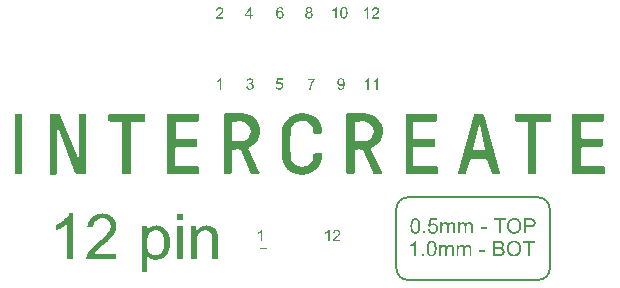
<source format=gto>
G04*
G04 #@! TF.GenerationSoftware,Altium Limited,Altium Designer,23.9.2 (47)*
G04*
G04 Layer_Color=65535*
%FSLAX44Y44*%
%MOMM*%
G71*
G04*
G04 #@! TF.SameCoordinates,BDA42284-3A0F-4055-A59D-1AE2AF1CB793*
G04*
G04*
G04 #@! TF.FilePolarity,Positive*
G04*
G01*
G75*
%ADD10C,0.2000*%
%ADD11C,0.1000*%
G36*
X337755Y245915D02*
X337866Y245901D01*
X338005Y245887D01*
X338157Y245859D01*
X338310Y245832D01*
X338670Y245734D01*
X339031Y245596D01*
X339211Y245513D01*
X339391Y245415D01*
X339558Y245291D01*
X339710Y245152D01*
X339724Y245138D01*
X339752Y245124D01*
X339780Y245069D01*
X339835Y245013D01*
X339905Y244944D01*
X339974Y244847D01*
X340043Y244750D01*
X340126Y244625D01*
X340265Y244361D01*
X340404Y244029D01*
X340459Y243862D01*
X340487Y243668D01*
X340515Y243474D01*
X340529Y243266D01*
Y243238D01*
Y243169D01*
X340515Y243058D01*
X340501Y242905D01*
X340473Y242739D01*
X340418Y242545D01*
X340362Y242337D01*
X340279Y242129D01*
X340265Y242101D01*
X340237Y242031D01*
X340182Y241921D01*
X340099Y241768D01*
X339988Y241602D01*
X339849Y241394D01*
X339683Y241185D01*
X339488Y240950D01*
X339461Y240922D01*
X339391Y240839D01*
X339322Y240770D01*
X339253Y240700D01*
X339170Y240617D01*
X339059Y240506D01*
X338948Y240395D01*
X338809Y240270D01*
X338670Y240131D01*
X338504Y239979D01*
X338324Y239826D01*
X338129Y239646D01*
X337907Y239466D01*
X337686Y239272D01*
X337672Y239258D01*
X337644Y239230D01*
X337589Y239188D01*
X337519Y239133D01*
X337436Y239050D01*
X337339Y238967D01*
X337117Y238786D01*
X336881Y238578D01*
X336659Y238370D01*
X336465Y238190D01*
X336382Y238121D01*
X336313Y238051D01*
X336299Y238037D01*
X336257Y237996D01*
X336202Y237940D01*
X336132Y237857D01*
X336063Y237760D01*
X335980Y237663D01*
X335813Y237427D01*
X340542D01*
Y236290D01*
X334177D01*
Y236304D01*
Y236359D01*
Y236443D01*
X334191Y236553D01*
X334205Y236678D01*
X334232Y236817D01*
X334260Y236956D01*
X334316Y237108D01*
Y237122D01*
X334329Y237136D01*
X334357Y237219D01*
X334413Y237344D01*
X334496Y237510D01*
X334607Y237705D01*
X334745Y237927D01*
X334898Y238148D01*
X335092Y238384D01*
Y238398D01*
X335120Y238412D01*
X335189Y238495D01*
X335314Y238620D01*
X335494Y238800D01*
X335702Y239008D01*
X335966Y239258D01*
X336285Y239535D01*
X336632Y239826D01*
X336646Y239840D01*
X336701Y239882D01*
X336784Y239951D01*
X336881Y240035D01*
X337006Y240145D01*
X337159Y240270D01*
X337311Y240409D01*
X337491Y240562D01*
X337838Y240894D01*
X338185Y241227D01*
X338351Y241394D01*
X338504Y241560D01*
X338643Y241712D01*
X338754Y241865D01*
Y241879D01*
X338781Y241893D01*
X338809Y241934D01*
X338837Y241990D01*
X338934Y242143D01*
X339045Y242323D01*
X339142Y242545D01*
X339239Y242780D01*
X339294Y243044D01*
X339322Y243293D01*
Y243307D01*
Y243321D01*
X339308Y243405D01*
X339294Y243543D01*
X339253Y243696D01*
X339197Y243890D01*
X339100Y244084D01*
X338975Y244278D01*
X338809Y244472D01*
X338781Y244500D01*
X338712Y244556D01*
X338615Y244625D01*
X338462Y244722D01*
X338268Y244805D01*
X338046Y244888D01*
X337783Y244944D01*
X337491Y244958D01*
X337408D01*
X337353Y244944D01*
X337186Y244930D01*
X336992Y244888D01*
X336784Y244833D01*
X336548Y244736D01*
X336326Y244611D01*
X336119Y244445D01*
X336091Y244417D01*
X336035Y244347D01*
X335952Y244237D01*
X335869Y244070D01*
X335772Y243876D01*
X335689Y243626D01*
X335633Y243349D01*
X335605Y243030D01*
X334399Y243155D01*
Y243169D01*
X334413Y243210D01*
Y243280D01*
X334426Y243377D01*
X334454Y243488D01*
X334482Y243612D01*
X334524Y243765D01*
X334565Y243918D01*
X334676Y244251D01*
X334843Y244583D01*
X334940Y244750D01*
X335065Y244916D01*
X335189Y245069D01*
X335328Y245207D01*
X335342Y245221D01*
X335370Y245235D01*
X335411Y245277D01*
X335480Y245318D01*
X335564Y245374D01*
X335661Y245429D01*
X335772Y245499D01*
X335910Y245568D01*
X336063Y245637D01*
X336229Y245707D01*
X336410Y245762D01*
X336604Y245818D01*
X336812Y245859D01*
X337034Y245901D01*
X337270Y245915D01*
X337519Y245928D01*
X337658D01*
X337755Y245915D01*
D02*
G37*
G36*
X331320Y236290D02*
X330141D01*
Y243793D01*
X330127Y243779D01*
X330058Y243724D01*
X329975Y243640D01*
X329836Y243543D01*
X329683Y243418D01*
X329489Y243280D01*
X329268Y243127D01*
X329018Y242975D01*
X329004D01*
X328990Y242961D01*
X328907Y242905D01*
X328768Y242836D01*
X328602Y242753D01*
X328408Y242656D01*
X328200Y242558D01*
X327992Y242461D01*
X327784Y242378D01*
Y243515D01*
X327797D01*
X327825Y243543D01*
X327881Y243557D01*
X327950Y243599D01*
X328033Y243640D01*
X328130Y243696D01*
X328366Y243834D01*
X328643Y243987D01*
X328921Y244181D01*
X329212Y244403D01*
X329503Y244639D01*
X329517Y244653D01*
X329531Y244667D01*
X329573Y244708D01*
X329628Y244750D01*
X329753Y244888D01*
X329919Y245055D01*
X330086Y245249D01*
X330266Y245471D01*
X330419Y245693D01*
X330557Y245928D01*
X331320D01*
Y236290D01*
D02*
G37*
G36*
X339281Y176000D02*
X338102D01*
Y183503D01*
X338089Y183489D01*
X338019Y183433D01*
X337936Y183350D01*
X337797Y183253D01*
X337645Y183128D01*
X337451Y182990D01*
X337229Y182837D01*
X336979Y182685D01*
X336965D01*
X336951Y182671D01*
X336868Y182615D01*
X336730Y182546D01*
X336563Y182463D01*
X336369Y182366D01*
X336161Y182269D01*
X335953Y182171D01*
X335745Y182088D01*
Y183225D01*
X335759D01*
X335786Y183253D01*
X335842Y183267D01*
X335911Y183309D01*
X335994Y183350D01*
X336091Y183406D01*
X336327Y183544D01*
X336605Y183697D01*
X336882Y183891D01*
X337173Y184113D01*
X337464Y184349D01*
X337478Y184363D01*
X337492Y184377D01*
X337534Y184418D01*
X337589Y184460D01*
X337714Y184598D01*
X337881Y184765D01*
X338047Y184959D01*
X338227Y185181D01*
X338380Y185403D01*
X338518Y185639D01*
X339281D01*
Y176000D01*
D02*
G37*
G36*
X331820D02*
X330641D01*
Y183503D01*
X330627Y183489D01*
X330558Y183433D01*
X330475Y183350D01*
X330336Y183253D01*
X330184Y183128D01*
X329989Y182990D01*
X329767Y182837D01*
X329518Y182685D01*
X329504D01*
X329490Y182671D01*
X329407Y182615D01*
X329268Y182546D01*
X329102Y182463D01*
X328908Y182366D01*
X328700Y182269D01*
X328492Y182171D01*
X328284Y182088D01*
Y183225D01*
X328298D01*
X328325Y183253D01*
X328381Y183267D01*
X328450Y183309D01*
X328533Y183350D01*
X328630Y183406D01*
X328866Y183544D01*
X329143Y183697D01*
X329421Y183891D01*
X329712Y184113D01*
X330003Y184349D01*
X330017Y184363D01*
X330031Y184377D01*
X330073Y184418D01*
X330128Y184460D01*
X330253Y184598D01*
X330419Y184765D01*
X330586Y184959D01*
X330766Y185181D01*
X330919Y185403D01*
X331057Y185639D01*
X331820D01*
Y176000D01*
D02*
G37*
G36*
X304461Y236456D02*
X303282D01*
Y243959D01*
X303268Y243945D01*
X303199Y243890D01*
X303115Y243807D01*
X302977Y243710D01*
X302824Y243585D01*
X302630Y243446D01*
X302408Y243293D01*
X302159Y243141D01*
X302145D01*
X302131Y243127D01*
X302048Y243072D01*
X301909Y243002D01*
X301742Y242919D01*
X301548Y242822D01*
X301340Y242725D01*
X301132Y242628D01*
X300924Y242545D01*
Y243682D01*
X300938D01*
X300966Y243710D01*
X301021Y243724D01*
X301091Y243765D01*
X301174Y243807D01*
X301271Y243862D01*
X301507Y244001D01*
X301784Y244153D01*
X302061Y244347D01*
X302353Y244569D01*
X302644Y244805D01*
X302658Y244819D01*
X302672Y244833D01*
X302713Y244874D01*
X302769Y244916D01*
X302894Y245055D01*
X303060Y245221D01*
X303226Y245415D01*
X303407Y245637D01*
X303559Y245859D01*
X303698Y246095D01*
X304461D01*
Y236456D01*
D02*
G37*
G36*
X310896Y246081D02*
X311076Y246053D01*
X311284Y246012D01*
X311506Y245956D01*
X311742Y245887D01*
X311963Y245776D01*
X311977D01*
X311991Y245762D01*
X312061Y245721D01*
X312171Y245651D01*
X312310Y245554D01*
X312463Y245415D01*
X312629Y245263D01*
X312782Y245083D01*
X312934Y244874D01*
X312948Y244847D01*
X313004Y244778D01*
X313059Y244653D01*
X313156Y244472D01*
X313239Y244264D01*
X313350Y244029D01*
X313447Y243751D01*
X313531Y243446D01*
Y243432D01*
X313544Y243405D01*
X313558Y243363D01*
X313572Y243293D01*
X313586Y243210D01*
X313600Y243113D01*
X313628Y242988D01*
X313641Y242850D01*
X313669Y242697D01*
X313683Y242531D01*
X313697Y242337D01*
X313725Y242143D01*
X313739Y241921D01*
Y241699D01*
X313752Y241449D01*
Y241185D01*
Y241172D01*
Y241116D01*
Y241019D01*
Y240908D01*
X313739Y240756D01*
Y240589D01*
X313725Y240409D01*
X313711Y240215D01*
X313669Y239771D01*
X313600Y239313D01*
X313517Y238869D01*
X313461Y238661D01*
X313392Y238454D01*
Y238440D01*
X313378Y238412D01*
X313350Y238356D01*
X313323Y238287D01*
X313295Y238190D01*
X313239Y238093D01*
X313128Y237857D01*
X312990Y237607D01*
X312809Y237330D01*
X312601Y237080D01*
X312352Y236845D01*
X312338D01*
X312324Y236817D01*
X312282Y236789D01*
X312227Y236761D01*
X312158Y236720D01*
X312088Y236664D01*
X311880Y236567D01*
X311631Y236470D01*
X311339Y236373D01*
X310993Y236318D01*
X310618Y236290D01*
X310480D01*
X310382Y236304D01*
X310271Y236318D01*
X310133Y236346D01*
X309980Y236373D01*
X309814Y236415D01*
X309647Y236470D01*
X309467Y236526D01*
X309287Y236609D01*
X309107Y236706D01*
X308926Y236817D01*
X308746Y236956D01*
X308580Y237108D01*
X308427Y237275D01*
X308413Y237288D01*
X308385Y237330D01*
X308344Y237400D01*
X308274Y237510D01*
X308205Y237635D01*
X308136Y237802D01*
X308039Y237996D01*
X307955Y238218D01*
X307872Y238467D01*
X307789Y238759D01*
X307706Y239078D01*
X307637Y239438D01*
X307567Y239826D01*
X307526Y240243D01*
X307498Y240700D01*
X307484Y241185D01*
Y241199D01*
Y241255D01*
Y241352D01*
Y241463D01*
X307498Y241616D01*
Y241782D01*
X307512Y241962D01*
X307526Y242170D01*
X307567Y242600D01*
X307637Y243058D01*
X307720Y243515D01*
X307775Y243724D01*
X307831Y243932D01*
Y243945D01*
X307845Y243973D01*
X307872Y244029D01*
X307900Y244098D01*
X307928Y244195D01*
X307983Y244292D01*
X308094Y244528D01*
X308233Y244778D01*
X308413Y245041D01*
X308621Y245305D01*
X308871Y245526D01*
X308885D01*
X308899Y245554D01*
X308940Y245582D01*
X308996Y245610D01*
X309065Y245665D01*
X309148Y245707D01*
X309356Y245818D01*
X309606Y245915D01*
X309897Y246012D01*
X310244Y246067D01*
X310618Y246095D01*
X310743D01*
X310896Y246081D01*
D02*
G37*
G36*
X308176Y185791D02*
X308245D01*
X308342Y185777D01*
X308578Y185736D01*
X308841Y185680D01*
X309133Y185583D01*
X309424Y185458D01*
X309715Y185292D01*
X309729D01*
X309743Y185264D01*
X309785Y185236D01*
X309840Y185195D01*
X309979Y185084D01*
X310159Y184931D01*
X310339Y184723D01*
X310547Y184474D01*
X310728Y184182D01*
X310894Y183850D01*
Y183836D01*
X310908Y183808D01*
X310936Y183752D01*
X310963Y183683D01*
X310991Y183586D01*
X311033Y183461D01*
X311061Y183323D01*
X311102Y183170D01*
X311144Y182990D01*
X311185Y182782D01*
X311213Y182560D01*
X311241Y182324D01*
X311269Y182061D01*
X311296Y181783D01*
X311310Y181478D01*
Y181159D01*
Y181145D01*
Y181076D01*
Y180979D01*
Y180854D01*
X311296Y180701D01*
Y180521D01*
X311282Y180313D01*
X311255Y180105D01*
X311213Y179634D01*
X311144Y179134D01*
X311047Y178663D01*
X310977Y178427D01*
X310908Y178219D01*
Y178205D01*
X310894Y178177D01*
X310866Y178122D01*
X310839Y178039D01*
X310797Y177955D01*
X310742Y177845D01*
X310603Y177609D01*
X310436Y177345D01*
X310242Y177068D01*
X309993Y176804D01*
X309715Y176569D01*
X309701D01*
X309674Y176541D01*
X309632Y176513D01*
X309577Y176485D01*
X309493Y176444D01*
X309410Y176388D01*
X309299Y176333D01*
X309188Y176291D01*
X308925Y176180D01*
X308606Y176083D01*
X308259Y176028D01*
X307871Y176000D01*
X307760D01*
X307691Y176014D01*
X307593D01*
X307482Y176028D01*
X307219Y176083D01*
X306928Y176153D01*
X306623Y176264D01*
X306318Y176416D01*
X306165Y176513D01*
X306026Y176624D01*
X306012Y176638D01*
X305998Y176652D01*
X305957Y176693D01*
X305915Y176735D01*
X305860Y176804D01*
X305791Y176888D01*
X305652Y177082D01*
X305513Y177331D01*
X305374Y177637D01*
X305264Y177983D01*
X305180Y178385D01*
X306318Y178482D01*
Y178469D01*
X306331Y178441D01*
Y178413D01*
X306345Y178358D01*
X306387Y178205D01*
X306442Y178039D01*
X306512Y177845D01*
X306609Y177650D01*
X306720Y177470D01*
X306858Y177318D01*
X306872Y177304D01*
X306928Y177262D01*
X307025Y177207D01*
X307136Y177151D01*
X307288Y177082D01*
X307469Y177026D01*
X307677Y176985D01*
X307899Y176971D01*
X307996D01*
X308093Y176985D01*
X308218Y176999D01*
X308370Y177026D01*
X308523Y177068D01*
X308689Y177123D01*
X308841Y177207D01*
X308855Y177220D01*
X308911Y177248D01*
X308994Y177304D01*
X309077Y177387D01*
X309188Y177484D01*
X309299Y177595D01*
X309410Y177720D01*
X309521Y177872D01*
X309535Y177886D01*
X309563Y177955D01*
X309618Y178053D01*
X309674Y178177D01*
X309743Y178344D01*
X309812Y178538D01*
X309882Y178760D01*
X309951Y179009D01*
Y179023D01*
X309965Y179037D01*
Y179079D01*
X309979Y179134D01*
X310007Y179273D01*
X310048Y179453D01*
X310076Y179675D01*
X310104Y179911D01*
X310117Y180174D01*
X310131Y180452D01*
Y180466D01*
Y180507D01*
Y180577D01*
Y180688D01*
X310117Y180660D01*
X310062Y180590D01*
X309979Y180493D01*
X309882Y180355D01*
X309743Y180216D01*
X309577Y180063D01*
X309382Y179911D01*
X309160Y179772D01*
X309133Y179758D01*
X309050Y179717D01*
X308925Y179661D01*
X308772Y179606D01*
X308564Y179536D01*
X308342Y179481D01*
X308093Y179439D01*
X307829Y179426D01*
X307718D01*
X307635Y179439D01*
X307524Y179453D01*
X307413Y179467D01*
X307274Y179495D01*
X307136Y179536D01*
X306817Y179634D01*
X306650Y179703D01*
X306484Y179786D01*
X306304Y179883D01*
X306137Y180008D01*
X305971Y180133D01*
X305818Y180285D01*
X305804Y180299D01*
X305777Y180327D01*
X305749Y180368D01*
X305693Y180438D01*
X305624Y180535D01*
X305555Y180632D01*
X305485Y180757D01*
X305416Y180896D01*
X305333Y181048D01*
X305264Y181215D01*
X305194Y181409D01*
X305125Y181603D01*
X305069Y181825D01*
X305042Y182061D01*
X305014Y182296D01*
X305000Y182560D01*
Y182574D01*
Y182629D01*
Y182698D01*
X305014Y182796D01*
X305028Y182920D01*
X305042Y183073D01*
X305069Y183225D01*
X305111Y183406D01*
X305208Y183766D01*
X305277Y183960D01*
X305361Y184168D01*
X305458Y184363D01*
X305583Y184543D01*
X305707Y184737D01*
X305860Y184904D01*
X305874Y184917D01*
X305901Y184945D01*
X305943Y184987D01*
X306012Y185042D01*
X306096Y185112D01*
X306207Y185195D01*
X306318Y185264D01*
X306456Y185361D01*
X306595Y185444D01*
X306761Y185514D01*
X307136Y185666D01*
X307330Y185722D01*
X307552Y185763D01*
X307774Y185791D01*
X308009Y185805D01*
X308106D01*
X308176Y185791D01*
D02*
G37*
G36*
X281267Y246081D02*
X281378Y246067D01*
X281502Y246053D01*
X281641Y246040D01*
X281780Y245998D01*
X282113Y245915D01*
X282446Y245790D01*
X282612Y245707D01*
X282778Y245610D01*
X282931Y245485D01*
X283083Y245360D01*
X283097Y245346D01*
X283111Y245332D01*
X283153Y245291D01*
X283208Y245235D01*
X283264Y245152D01*
X283333Y245069D01*
X283472Y244861D01*
X283610Y244597D01*
X283735Y244292D01*
X283832Y243945D01*
X283846Y243765D01*
X283860Y243571D01*
Y243557D01*
Y243543D01*
Y243460D01*
X283846Y243335D01*
X283818Y243183D01*
X283777Y242988D01*
X283708Y242794D01*
X283624Y242600D01*
X283500Y242406D01*
X283486Y242378D01*
X283430Y242323D01*
X283347Y242239D01*
X283236Y242129D01*
X283083Y242004D01*
X282903Y241879D01*
X282695Y241754D01*
X282446Y241643D01*
X282459D01*
X282487Y241629D01*
X282529Y241616D01*
X282584Y241588D01*
X282751Y241518D01*
X282945Y241421D01*
X283153Y241283D01*
X283375Y241130D01*
X283583Y240936D01*
X283777Y240714D01*
Y240700D01*
X283791Y240686D01*
X283846Y240603D01*
X283929Y240464D01*
X284013Y240284D01*
X284096Y240062D01*
X284179Y239799D01*
X284235Y239508D01*
X284248Y239188D01*
Y239175D01*
Y239133D01*
Y239064D01*
X284235Y238981D01*
X284221Y238883D01*
X284207Y238759D01*
X284179Y238620D01*
X284137Y238467D01*
X284040Y238148D01*
X283971Y237968D01*
X283874Y237802D01*
X283777Y237621D01*
X283666Y237455D01*
X283527Y237288D01*
X283375Y237122D01*
X283361Y237108D01*
X283333Y237080D01*
X283291Y237039D01*
X283222Y236997D01*
X283125Y236928D01*
X283028Y236859D01*
X282903Y236789D01*
X282764Y236706D01*
X282612Y236623D01*
X282432Y236553D01*
X282237Y236484D01*
X282043Y236415D01*
X281821Y236373D01*
X281586Y236332D01*
X281350Y236304D01*
X281086Y236290D01*
X280948D01*
X280851Y236304D01*
X280726Y236318D01*
X280587Y236332D01*
X280434Y236359D01*
X280268Y236401D01*
X279894Y236498D01*
X279699Y236567D01*
X279519Y236637D01*
X279325Y236734D01*
X279131Y236845D01*
X278951Y236970D01*
X278784Y237122D01*
X278770Y237136D01*
X278743Y237164D01*
X278701Y237205D01*
X278645Y237275D01*
X278590Y237358D01*
X278507Y237455D01*
X278438Y237566D01*
X278354Y237705D01*
X278271Y237843D01*
X278202Y238010D01*
X278063Y238356D01*
X278008Y238564D01*
X277966Y238772D01*
X277938Y238994D01*
X277924Y239216D01*
Y239230D01*
Y239258D01*
Y239313D01*
X277938Y239369D01*
Y239452D01*
X277952Y239549D01*
X277980Y239771D01*
X278035Y240021D01*
X278118Y240270D01*
X278243Y240534D01*
X278396Y240783D01*
Y240797D01*
X278424Y240811D01*
X278479Y240880D01*
X278590Y240991D01*
X278743Y241130D01*
X278937Y241269D01*
X279172Y241421D01*
X279436Y241546D01*
X279755Y241643D01*
X279741D01*
X279727Y241657D01*
X279686Y241671D01*
X279630Y241699D01*
X279505Y241754D01*
X279339Y241837D01*
X279159Y241948D01*
X278978Y242087D01*
X278812Y242239D01*
X278659Y242406D01*
X278645Y242434D01*
X278604Y242489D01*
X278548Y242600D01*
X278493Y242739D01*
X278424Y242919D01*
X278368Y243127D01*
X278326Y243363D01*
X278313Y243612D01*
Y243626D01*
Y243654D01*
Y243710D01*
X278326Y243793D01*
X278340Y243876D01*
X278354Y243987D01*
X278410Y244223D01*
X278493Y244500D01*
X278632Y244791D01*
X278715Y244944D01*
X278812Y245096D01*
X278937Y245235D01*
X279062Y245374D01*
X279075Y245388D01*
X279103Y245401D01*
X279145Y245443D01*
X279200Y245485D01*
X279270Y245540D01*
X279367Y245596D01*
X279478Y245665D01*
X279589Y245734D01*
X279727Y245804D01*
X279880Y245873D01*
X280046Y245928D01*
X280226Y245984D01*
X280615Y246067D01*
X280837Y246081D01*
X281059Y246095D01*
X281183D01*
X281267Y246081D01*
D02*
G37*
G36*
X286213Y184543D02*
X286199Y184529D01*
X286171Y184501D01*
X286116Y184446D01*
X286061Y184363D01*
X285977Y184266D01*
X285866Y184155D01*
X285755Y184016D01*
X285631Y183850D01*
X285506Y183683D01*
X285353Y183489D01*
X285201Y183267D01*
X285048Y183045D01*
X284882Y182796D01*
X284715Y182532D01*
X284549Y182241D01*
X284382Y181950D01*
X284368Y181936D01*
X284341Y181880D01*
X284299Y181797D01*
X284230Y181672D01*
X284160Y181520D01*
X284077Y181353D01*
X283980Y181159D01*
X283883Y180937D01*
X283772Y180688D01*
X283647Y180438D01*
X283536Y180161D01*
X283426Y179869D01*
X283204Y179273D01*
X282996Y178635D01*
Y178621D01*
X282982Y178580D01*
X282968Y178510D01*
X282940Y178427D01*
X282912Y178316D01*
X282885Y178177D01*
X282843Y178025D01*
X282815Y177858D01*
X282774Y177664D01*
X282732Y177456D01*
X282663Y177012D01*
X282593Y176527D01*
X282552Y176000D01*
X281345D01*
Y176014D01*
Y176056D01*
Y176111D01*
X281359Y176194D01*
Y176305D01*
X281373Y176444D01*
X281387Y176596D01*
X281401Y176763D01*
X281428Y176957D01*
X281456Y177151D01*
X281498Y177387D01*
X281539Y177623D01*
X281581Y177872D01*
X281637Y178150D01*
X281775Y178718D01*
Y178732D01*
X281789Y178788D01*
X281817Y178871D01*
X281858Y178996D01*
X281900Y179134D01*
X281955Y179301D01*
X282011Y179495D01*
X282094Y179703D01*
X282177Y179939D01*
X282260Y180174D01*
X282469Y180701D01*
X282718Y181256D01*
X282996Y181811D01*
X283009Y181825D01*
X283037Y181880D01*
X283079Y181950D01*
X283134Y182061D01*
X283204Y182185D01*
X283301Y182338D01*
X283398Y182504D01*
X283509Y182685D01*
X283772Y183087D01*
X284050Y183503D01*
X284368Y183933D01*
X284701Y184335D01*
X280000D01*
Y185472D01*
X286213D01*
Y184543D01*
D02*
G37*
G36*
X256986Y246081D02*
X257083D01*
X257194Y246067D01*
X257457Y246012D01*
X257749Y245942D01*
X258054Y245832D01*
X258359Y245665D01*
X258511Y245568D01*
X258650Y245457D01*
X258664Y245443D01*
X258678Y245429D01*
X258719Y245388D01*
X258761Y245346D01*
X258830Y245277D01*
X258886Y245194D01*
X259038Y244999D01*
X259191Y244750D01*
X259329Y244445D01*
X259454Y244098D01*
X259538Y243710D01*
X258359Y243612D01*
Y243626D01*
X258345Y243640D01*
X258331Y243724D01*
X258289Y243848D01*
X258234Y244001D01*
X258179Y244167D01*
X258095Y244334D01*
X257998Y244486D01*
X257901Y244611D01*
X257873Y244639D01*
X257818Y244694D01*
X257721Y244778D01*
X257582Y244874D01*
X257402Y244958D01*
X257208Y245041D01*
X256972Y245096D01*
X256722Y245124D01*
X256625D01*
X256514Y245110D01*
X256389Y245083D01*
X256223Y245041D01*
X256057Y244986D01*
X255890Y244916D01*
X255724Y244805D01*
X255696Y244791D01*
X255627Y244736D01*
X255530Y244639D01*
X255405Y244500D01*
X255266Y244334D01*
X255114Y244139D01*
X254975Y243890D01*
X254836Y243612D01*
Y243599D01*
X254822Y243571D01*
X254808Y243529D01*
X254781Y243474D01*
X254767Y243391D01*
X254739Y243293D01*
X254711Y243183D01*
X254684Y243044D01*
X254642Y242891D01*
X254614Y242725D01*
X254587Y242545D01*
X254573Y242351D01*
X254545Y242129D01*
X254531Y241907D01*
X254517Y241657D01*
Y241407D01*
X254531Y241421D01*
X254587Y241504D01*
X254684Y241616D01*
X254808Y241754D01*
X254947Y241921D01*
X255127Y242073D01*
X255322Y242226D01*
X255543Y242364D01*
X255557D01*
X255571Y242378D01*
X255654Y242420D01*
X255779Y242461D01*
X255946Y242531D01*
X256140Y242586D01*
X256362Y242628D01*
X256597Y242670D01*
X256847Y242683D01*
X256958D01*
X257041Y242670D01*
X257152Y242656D01*
X257263Y242642D01*
X257402Y242614D01*
X257540Y242572D01*
X257859Y242475D01*
X258026Y242406D01*
X258192Y242309D01*
X258359Y242212D01*
X258539Y242101D01*
X258706Y241962D01*
X258858Y241810D01*
X258872Y241796D01*
X258900Y241768D01*
X258941Y241726D01*
X258983Y241657D01*
X259052Y241560D01*
X259121Y241463D01*
X259191Y241338D01*
X259274Y241199D01*
X259357Y241047D01*
X259427Y240880D01*
X259496Y240686D01*
X259565Y240492D01*
X259607Y240284D01*
X259648Y240048D01*
X259676Y239813D01*
X259690Y239563D01*
Y239549D01*
Y239521D01*
Y239480D01*
Y239410D01*
X259676Y239327D01*
Y239244D01*
X259635Y239022D01*
X259593Y238759D01*
X259524Y238481D01*
X259427Y238176D01*
X259288Y237885D01*
Y237871D01*
X259274Y237857D01*
X259246Y237815D01*
X259219Y237760D01*
X259135Y237621D01*
X259011Y237441D01*
X258858Y237247D01*
X258678Y237053D01*
X258456Y236859D01*
X258220Y236692D01*
X258206D01*
X258192Y236678D01*
X258151Y236651D01*
X258095Y236637D01*
X257957Y236567D01*
X257776Y236498D01*
X257540Y236415D01*
X257277Y236359D01*
X256986Y236304D01*
X256667Y236290D01*
X256597D01*
X256528Y236304D01*
X256417D01*
X256292Y236318D01*
X256154Y236346D01*
X255987Y236387D01*
X255821Y236429D01*
X255627Y236484D01*
X255432Y236553D01*
X255238Y236637D01*
X255030Y236748D01*
X254836Y236873D01*
X254642Y237011D01*
X254448Y237178D01*
X254268Y237372D01*
X254254Y237386D01*
X254226Y237427D01*
X254184Y237483D01*
X254129Y237580D01*
X254046Y237705D01*
X253976Y237843D01*
X253893Y238024D01*
X253810Y238218D01*
X253713Y238454D01*
X253630Y238717D01*
X253560Y239008D01*
X253491Y239327D01*
X253422Y239688D01*
X253380Y240076D01*
X253352Y240492D01*
X253338Y240936D01*
Y240950D01*
Y240964D01*
Y241005D01*
Y241061D01*
X253352Y241199D01*
Y241394D01*
X253366Y241616D01*
X253394Y241879D01*
X253422Y242170D01*
X253463Y242489D01*
X253519Y242808D01*
X253588Y243155D01*
X253671Y243488D01*
X253768Y243820D01*
X253893Y244139D01*
X254032Y244445D01*
X254184Y244736D01*
X254365Y244986D01*
X254379Y244999D01*
X254406Y245027D01*
X254462Y245083D01*
X254531Y245166D01*
X254614Y245249D01*
X254725Y245332D01*
X254864Y245443D01*
X255003Y245540D01*
X255169Y245637D01*
X255349Y245748D01*
X255557Y245832D01*
X255765Y245928D01*
X256001Y245998D01*
X256251Y246053D01*
X256514Y246081D01*
X256792Y246095D01*
X256903D01*
X256986Y246081D01*
D02*
G37*
G36*
X258908Y184515D02*
X255066D01*
X254553Y181922D01*
X254567Y181936D01*
X254595Y181950D01*
X254636Y181977D01*
X254706Y182019D01*
X254789Y182061D01*
X254886Y182116D01*
X255108Y182227D01*
X255385Y182338D01*
X255690Y182435D01*
X256023Y182504D01*
X256190Y182532D01*
X256495D01*
X256578Y182518D01*
X256689Y182504D01*
X256814Y182490D01*
X256952Y182463D01*
X257105Y182421D01*
X257438Y182324D01*
X257618Y182255D01*
X257799Y182158D01*
X257979Y182061D01*
X258159Y181950D01*
X258326Y181811D01*
X258492Y181658D01*
X258506Y181644D01*
X258533Y181617D01*
X258575Y181575D01*
X258631Y181506D01*
X258700Y181409D01*
X258769Y181312D01*
X258853Y181187D01*
X258936Y181048D01*
X259005Y180896D01*
X259088Y180729D01*
X259158Y180535D01*
X259227Y180341D01*
X259282Y180133D01*
X259324Y179897D01*
X259352Y179661D01*
X259366Y179412D01*
Y179398D01*
Y179356D01*
Y179287D01*
X259352Y179190D01*
X259338Y179079D01*
X259324Y178954D01*
X259296Y178801D01*
X259268Y178649D01*
X259185Y178288D01*
X259047Y177914D01*
X258963Y177720D01*
X258853Y177539D01*
X258741Y177345D01*
X258603Y177165D01*
X258589Y177151D01*
X258561Y177110D01*
X258506Y177054D01*
X258436Y176985D01*
X258339Y176901D01*
X258228Y176791D01*
X258090Y176693D01*
X257937Y176583D01*
X257771Y176472D01*
X257577Y176374D01*
X257369Y176277D01*
X257147Y176180D01*
X256911Y176111D01*
X256647Y176056D01*
X256370Y176014D01*
X256079Y176000D01*
X255954D01*
X255857Y176014D01*
X255746Y176028D01*
X255621Y176042D01*
X255469Y176056D01*
X255316Y176097D01*
X254969Y176180D01*
X254623Y176305D01*
X254442Y176388D01*
X254262Y176485D01*
X254096Y176596D01*
X253929Y176721D01*
X253915Y176735D01*
X253888Y176749D01*
X253860Y176804D01*
X253804Y176860D01*
X253735Y176929D01*
X253666Y177012D01*
X253582Y177123D01*
X253513Y177248D01*
X253430Y177373D01*
X253347Y177526D01*
X253194Y177858D01*
X253069Y178247D01*
X253028Y178455D01*
X253000Y178677D01*
X254234Y178774D01*
Y178760D01*
Y178732D01*
X254248Y178690D01*
X254262Y178621D01*
X254304Y178469D01*
X254359Y178261D01*
X254442Y178053D01*
X254553Y177817D01*
X254692Y177609D01*
X254858Y177415D01*
X254886Y177401D01*
X254942Y177345D01*
X255053Y177276D01*
X255205Y177193D01*
X255371Y177110D01*
X255579Y177040D01*
X255815Y176985D01*
X256079Y176971D01*
X256162D01*
X256217Y176985D01*
X256384Y176999D01*
X256578Y177054D01*
X256814Y177123D01*
X257050Y177234D01*
X257299Y177401D01*
X257410Y177498D01*
X257521Y177609D01*
X257535Y177623D01*
X257549Y177637D01*
X257577Y177678D01*
X257618Y177720D01*
X257715Y177872D01*
X257826Y178066D01*
X257923Y178302D01*
X258020Y178593D01*
X258090Y178940D01*
X258117Y179120D01*
Y179315D01*
Y179328D01*
Y179356D01*
Y179412D01*
X258104Y179481D01*
Y179564D01*
X258090Y179661D01*
X258048Y179883D01*
X257979Y180147D01*
X257882Y180410D01*
X257743Y180660D01*
X257549Y180896D01*
Y180909D01*
X257521Y180923D01*
X257452Y180993D01*
X257327Y181090D01*
X257160Y181201D01*
X256939Y181298D01*
X256689Y181395D01*
X256398Y181464D01*
X256231Y181492D01*
X255968D01*
X255857Y181478D01*
X255718Y181464D01*
X255552Y181423D01*
X255385Y181381D01*
X255205Y181312D01*
X255025Y181228D01*
X255011Y181215D01*
X254955Y181187D01*
X254872Y181117D01*
X254761Y181048D01*
X254650Y180951D01*
X254539Y180826D01*
X254415Y180701D01*
X254317Y180549D01*
X253208Y180701D01*
X254137Y185639D01*
X258908D01*
Y184515D01*
D02*
G37*
G36*
X279210Y155849D02*
X282914Y154923D01*
X286617Y152609D01*
X287080D01*
X287543Y152146D01*
X289395Y149831D01*
X291247Y146590D01*
X292173Y142424D01*
Y140572D01*
Y140109D01*
Y139646D01*
X291710Y139184D01*
X290784Y138721D01*
X286154D01*
X285691Y139184D01*
X285228Y139646D01*
X284765Y140572D01*
Y141498D01*
Y141961D01*
X284303Y143813D01*
X283377Y145665D01*
X281525Y147516D01*
X281062Y147979D01*
X280136Y148905D01*
X278284Y149368D01*
X275970Y149831D01*
X275044D01*
X273192Y149368D01*
X270877Y148905D01*
X268563Y147516D01*
X268100Y147053D01*
X267174Y146128D01*
X266248Y144276D01*
X265785Y141961D01*
Y141498D01*
Y140109D01*
Y137795D01*
X265322Y135017D01*
Y131776D01*
Y127610D01*
X265785Y119277D01*
Y118814D01*
X266248Y116962D01*
X267174Y115111D01*
X268563Y113259D01*
X269025Y112796D01*
X270414Y112333D01*
X272266Y111407D01*
X275044Y110944D01*
X275507D01*
X277358Y111407D01*
X279210Y111870D01*
X281525Y113259D01*
X281988Y113722D01*
X282914Y115111D01*
X284303Y116962D01*
X284765Y119277D01*
Y120666D01*
Y121129D01*
Y121592D01*
X285228Y122055D01*
X286154Y122518D01*
X291710D01*
X292173Y121592D01*
Y120666D01*
Y118814D01*
Y118351D01*
Y117888D01*
X291247Y115111D01*
X289858Y111870D01*
X287080Y108167D01*
X286154Y107704D01*
X283840Y106315D01*
X280136Y104463D01*
X275507Y104000D01*
X274581D01*
X271340Y104463D01*
X267637Y105852D01*
X263470Y108167D01*
X262544Y109092D01*
X261155Y111407D01*
X259304Y114648D01*
X258378Y118814D01*
Y119277D01*
Y120666D01*
Y122981D01*
Y126221D01*
Y129462D01*
Y133165D01*
Y141498D01*
Y141961D01*
Y142424D01*
X259304Y145202D01*
X260693Y148442D01*
X263470Y151683D01*
X263933D01*
X264396Y152609D01*
X266711Y153998D01*
X270414Y155386D01*
X275044Y156312D01*
X276432D01*
X279210Y155849D01*
D02*
G37*
G36*
X92645Y155386D02*
Y154460D01*
Y105852D01*
Y105389D01*
X92182Y104926D01*
X91256Y104463D01*
X84312D01*
X83386Y105389D01*
X69035Y141961D01*
X68109D01*
Y105389D01*
Y104926D01*
X67183Y104463D01*
X66258Y104000D01*
X62554D01*
X62091Y104463D01*
X61628Y105389D01*
Y153998D01*
Y154460D01*
Y154923D01*
X62091Y155386D01*
X69961D01*
X70424Y154923D01*
Y154460D01*
X85238Y117888D01*
X85701Y117425D01*
X86164D01*
X86627Y117888D01*
Y154460D01*
Y154923D01*
Y155386D01*
X87090Y155849D01*
X92182D01*
X92645Y155386D01*
D02*
G37*
G36*
X331059Y155849D02*
X334763Y154923D01*
X338004Y152609D01*
X338929Y152146D01*
X340318Y149831D01*
X342633Y146590D01*
X344022Y142424D01*
Y141498D01*
X343559Y139184D01*
X343096Y136406D01*
X341707Y133165D01*
X341244Y132702D01*
X339855Y131313D01*
X338004Y129462D01*
X335226Y127610D01*
X334763D01*
X333837Y126684D01*
X333374Y126221D01*
X333837Y125295D01*
X342633Y106778D01*
Y106315D01*
Y105852D01*
X341707Y104926D01*
X336152D01*
X335689Y105389D01*
X335226Y106315D01*
X326430Y124832D01*
Y125295D01*
X325504D01*
X324578Y125758D01*
X320875Y125295D01*
X320412D01*
X319949Y124832D01*
Y106315D01*
Y105852D01*
X319486Y105389D01*
X318560Y104926D01*
X313468D01*
X313005Y105389D01*
X312542Y106315D01*
Y154923D01*
Y155386D01*
Y155849D01*
X313005Y156312D01*
X328282D01*
X331059Y155849D01*
D02*
G37*
G36*
X227361D02*
X231064Y154923D01*
X234768Y152609D01*
X235694Y152146D01*
X237083Y149831D01*
X238934Y146590D01*
X239860Y142424D01*
Y141498D01*
Y139184D01*
X238934Y136406D01*
X237546Y133165D01*
X237083Y132702D01*
X235694Y131313D01*
X233842Y129462D01*
X231064Y127610D01*
X230601D01*
X230138Y126684D01*
X229676Y126221D01*
X230138Y125295D01*
X238934Y106778D01*
X239397Y106315D01*
X238934Y105852D01*
X238471Y104926D01*
X232453D01*
X231990Y105389D01*
X231527Y106315D01*
X223194Y124832D01*
X222731Y125295D01*
X221806Y125758D01*
X216713Y125295D01*
X216250D01*
X215787Y124832D01*
Y106315D01*
Y105852D01*
X215324Y105389D01*
X214398Y104926D01*
X209769D01*
X209306Y105389D01*
X208843Y106315D01*
Y154923D01*
Y155386D01*
X209306Y155849D01*
X209769Y156312D01*
X224583D01*
X227361Y155849D01*
D02*
G37*
G36*
X530587Y155386D02*
Y154460D01*
Y150757D01*
Y150294D01*
Y149831D01*
X530124Y149368D01*
X529198Y148905D01*
X512069D01*
X511606Y148442D01*
Y135017D01*
X512069D01*
Y134554D01*
X529661D01*
X530124Y134091D01*
Y133165D01*
Y128999D01*
Y128536D01*
X529661Y128073D01*
X528735Y127610D01*
X512069D01*
X511606Y127147D01*
X511143Y111870D01*
Y111407D01*
X511606Y110944D01*
X512069Y111407D01*
X531050D01*
X531513Y110944D01*
X531976Y110018D01*
Y105852D01*
X531513Y105389D01*
X531050Y104926D01*
X529661Y104463D01*
X505125D01*
X504199Y104926D01*
X503736Y105852D01*
Y154460D01*
Y154923D01*
X504199Y155386D01*
X504662Y155849D01*
X530124D01*
X530587Y155386D01*
D02*
G37*
G36*
X486144D02*
Y154460D01*
Y150757D01*
Y150294D01*
Y149831D01*
X485682Y149368D01*
X484756Y148905D01*
X473645D01*
Y148442D01*
Y147516D01*
Y146590D01*
Y144739D01*
Y141961D01*
Y138258D01*
Y133165D01*
Y127147D01*
Y105852D01*
Y105389D01*
X473182Y104926D01*
X472256Y104463D01*
X467627D01*
X467164Y104926D01*
X466701Y105852D01*
Y148442D01*
Y148905D01*
X456516D01*
X456053Y149368D01*
X455591Y149831D01*
X455127Y150757D01*
Y154460D01*
Y154923D01*
Y155386D01*
X455591Y155849D01*
X485682D01*
X486144Y155386D01*
D02*
G37*
G36*
X429203Y154923D02*
X443091Y105852D01*
Y105389D01*
X442165Y104926D01*
X441239Y104463D01*
X437073D01*
X435684Y105389D01*
X431981Y116499D01*
X431518Y116962D01*
X430592Y117425D01*
X418092D01*
X417166Y116499D01*
X413926Y105389D01*
Y104926D01*
X413463Y104463D01*
X408371D01*
X407908Y104926D01*
X407445Y105389D01*
X406982Y105852D01*
X420870Y154923D01*
Y155386D01*
X421333Y155849D01*
X428277D01*
X429203Y154923D01*
D02*
G37*
G36*
X389390Y155386D02*
X389853Y154460D01*
Y150757D01*
Y150294D01*
Y149831D01*
X388927Y149368D01*
X388001Y148905D01*
X370872D01*
X369484Y148442D01*
Y135017D01*
Y134554D01*
X387538D01*
X388001Y134091D01*
Y133165D01*
Y128999D01*
Y128536D01*
X387538Y128073D01*
X386612Y127610D01*
X369484D01*
Y127147D01*
Y111870D01*
X370872D01*
Y111407D01*
Y110944D01*
X371335Y111407D01*
X389853D01*
X390316Y110944D01*
Y110018D01*
Y105852D01*
Y105389D01*
X389853Y104926D01*
X388927Y104463D01*
X363928D01*
X363465Y104926D01*
X363002Y105852D01*
Y154460D01*
Y154923D01*
Y155386D01*
X363465Y155849D01*
X388927D01*
X389390Y155386D01*
D02*
G37*
G36*
X188011D02*
Y154460D01*
Y150757D01*
Y150294D01*
Y149831D01*
X187548Y149368D01*
X186622Y148905D01*
X169030D01*
X168104Y148442D01*
Y135017D01*
Y134554D01*
X186159D01*
X186622Y134091D01*
Y133165D01*
Y128999D01*
Y128536D01*
X186159Y128073D01*
X185233Y127610D01*
X168567D01*
X167642Y127147D01*
Y111870D01*
X168567D01*
Y111407D01*
Y110944D01*
X169030Y111407D01*
X187548D01*
X188011Y110944D01*
Y110018D01*
Y105852D01*
Y105389D01*
X187548Y104926D01*
X186622Y104463D01*
X162086D01*
X161623Y104926D01*
X161160Y105852D01*
Y154460D01*
Y154923D01*
Y155386D01*
X161623Y155849D01*
X187548D01*
X188011Y155386D01*
D02*
G37*
G36*
X142643D02*
Y154460D01*
Y150757D01*
Y150294D01*
Y149831D01*
X142180Y149368D01*
X141254Y148905D01*
X130606D01*
Y148442D01*
Y147516D01*
Y146590D01*
Y144739D01*
Y141961D01*
Y138258D01*
Y133165D01*
Y127147D01*
Y105852D01*
Y105389D01*
X129680Y104926D01*
X128755Y104463D01*
X124125D01*
X123662Y104926D01*
X123199Y105852D01*
Y148442D01*
Y148905D01*
X113015D01*
X112552Y149368D01*
X111626Y149831D01*
X111163Y150757D01*
Y154460D01*
Y154923D01*
X111626Y155386D01*
X112089Y155849D01*
X142180D01*
X142643Y155386D01*
D02*
G37*
G36*
X38481D02*
Y154460D01*
Y105852D01*
Y105389D01*
X38018Y104926D01*
X37092Y104463D01*
X32463D01*
X32000Y104926D01*
Y105852D01*
Y154460D01*
Y154923D01*
Y155386D01*
X32463Y155849D01*
X38018D01*
X38481Y155386D01*
D02*
G37*
G36*
X304971Y57625D02*
X305082Y57611D01*
X305221Y57597D01*
X305374Y57569D01*
X305526Y57541D01*
X305887Y57444D01*
X306247Y57306D01*
X306428Y57222D01*
X306608Y57125D01*
X306774Y57001D01*
X306927Y56862D01*
X306941Y56848D01*
X306968Y56834D01*
X306996Y56779D01*
X307052Y56723D01*
X307121Y56654D01*
X307190Y56557D01*
X307260Y56460D01*
X307343Y56335D01*
X307482Y56071D01*
X307620Y55739D01*
X307676Y55572D01*
X307703Y55378D01*
X307731Y55184D01*
X307745Y54976D01*
Y54948D01*
Y54879D01*
X307731Y54768D01*
X307717Y54615D01*
X307690Y54449D01*
X307634Y54255D01*
X307579Y54047D01*
X307495Y53839D01*
X307482Y53811D01*
X307454Y53741D01*
X307398Y53631D01*
X307315Y53478D01*
X307204Y53312D01*
X307066Y53104D01*
X306899Y52896D01*
X306705Y52660D01*
X306677Y52632D01*
X306608Y52549D01*
X306539Y52480D01*
X306469Y52410D01*
X306386Y52327D01*
X306275Y52216D01*
X306164Y52105D01*
X306025Y51980D01*
X305887Y51842D01*
X305720Y51689D01*
X305540Y51536D01*
X305346Y51356D01*
X305124Y51176D01*
X304902Y50982D01*
X304888Y50968D01*
X304860Y50940D01*
X304805Y50898D01*
X304736Y50843D01*
X304652Y50760D01*
X304555Y50677D01*
X304333Y50496D01*
X304098Y50288D01*
X303876Y50080D01*
X303682Y49900D01*
X303598Y49831D01*
X303529Y49761D01*
X303515Y49747D01*
X303474Y49706D01*
X303418Y49650D01*
X303349Y49567D01*
X303279Y49470D01*
X303196Y49373D01*
X303030Y49137D01*
X307759D01*
Y48000D01*
X301393D01*
Y48014D01*
Y48069D01*
Y48153D01*
X301407Y48264D01*
X301421Y48388D01*
X301449Y48527D01*
X301476Y48666D01*
X301532Y48818D01*
Y48832D01*
X301546Y48846D01*
X301574Y48929D01*
X301629Y49054D01*
X301712Y49220D01*
X301823Y49415D01*
X301962Y49637D01*
X302115Y49858D01*
X302309Y50094D01*
Y50108D01*
X302336Y50122D01*
X302406Y50205D01*
X302530Y50330D01*
X302711Y50510D01*
X302919Y50718D01*
X303182Y50968D01*
X303501Y51245D01*
X303848Y51536D01*
X303862Y51550D01*
X303917Y51592D01*
X304001Y51661D01*
X304098Y51744D01*
X304223Y51855D01*
X304375Y51980D01*
X304528Y52119D01*
X304708Y52271D01*
X305055Y52604D01*
X305401Y52937D01*
X305568Y53104D01*
X305720Y53270D01*
X305859Y53422D01*
X305970Y53575D01*
Y53589D01*
X305998Y53603D01*
X306025Y53644D01*
X306053Y53700D01*
X306150Y53853D01*
X306261Y54033D01*
X306358Y54255D01*
X306455Y54490D01*
X306511Y54754D01*
X306539Y55003D01*
Y55017D01*
Y55031D01*
X306525Y55114D01*
X306511Y55253D01*
X306469Y55406D01*
X306414Y55600D01*
X306317Y55794D01*
X306192Y55988D01*
X306025Y56182D01*
X305998Y56210D01*
X305928Y56266D01*
X305831Y56335D01*
X305679Y56432D01*
X305485Y56515D01*
X305263Y56598D01*
X304999Y56654D01*
X304708Y56668D01*
X304625D01*
X304569Y56654D01*
X304403Y56640D01*
X304209Y56598D01*
X304001Y56543D01*
X303765Y56446D01*
X303543Y56321D01*
X303335Y56155D01*
X303307Y56127D01*
X303252Y56058D01*
X303169Y55947D01*
X303085Y55780D01*
X302988Y55586D01*
X302905Y55336D01*
X302850Y55059D01*
X302822Y54740D01*
X301615Y54865D01*
Y54879D01*
X301629Y54920D01*
Y54990D01*
X301643Y55087D01*
X301671Y55198D01*
X301698Y55322D01*
X301740Y55475D01*
X301782Y55628D01*
X301893Y55960D01*
X302059Y56293D01*
X302156Y56460D01*
X302281Y56626D01*
X302406Y56779D01*
X302544Y56917D01*
X302558Y56931D01*
X302586Y56945D01*
X302628Y56987D01*
X302697Y57028D01*
X302780Y57084D01*
X302877Y57139D01*
X302988Y57209D01*
X303127Y57278D01*
X303279Y57347D01*
X303446Y57417D01*
X303626Y57472D01*
X303820Y57528D01*
X304028Y57569D01*
X304250Y57611D01*
X304486Y57625D01*
X304736Y57639D01*
X304874D01*
X304971Y57625D01*
D02*
G37*
G36*
X298536Y48000D02*
X297358D01*
Y55503D01*
X297344Y55489D01*
X297274Y55434D01*
X297191Y55350D01*
X297052Y55253D01*
X296900Y55128D01*
X296706Y54990D01*
X296484Y54837D01*
X296234Y54685D01*
X296220D01*
X296206Y54671D01*
X296123Y54615D01*
X295985Y54546D01*
X295818Y54463D01*
X295624Y54366D01*
X295416Y54268D01*
X295208Y54171D01*
X295000Y54088D01*
Y55225D01*
X295014D01*
X295042Y55253D01*
X295097Y55267D01*
X295166Y55309D01*
X295250Y55350D01*
X295347Y55406D01*
X295583Y55544D01*
X295860Y55697D01*
X296137Y55891D01*
X296428Y56113D01*
X296720Y56349D01*
X296733Y56363D01*
X296747Y56377D01*
X296789Y56418D01*
X296845Y56460D01*
X296969Y56598D01*
X297136Y56765D01*
X297302Y56959D01*
X297482Y57181D01*
X297635Y57403D01*
X297774Y57639D01*
X298536D01*
Y48000D01*
D02*
G37*
G36*
X232321Y239674D02*
X233625D01*
Y238592D01*
X232321D01*
Y236290D01*
X231142D01*
Y238592D01*
X226968D01*
Y239674D01*
X231364Y245887D01*
X232321D01*
Y239674D01*
D02*
G37*
G36*
X231287Y185791D02*
X231467Y185763D01*
X231689Y185722D01*
X231939Y185652D01*
X232188Y185569D01*
X232438Y185458D01*
X232452D01*
X232466Y185444D01*
X232549Y185403D01*
X232674Y185320D01*
X232812Y185222D01*
X232979Y185084D01*
X233145Y184931D01*
X233312Y184751D01*
X233450Y184543D01*
X233464Y184515D01*
X233506Y184446D01*
X233561Y184321D01*
X233631Y184168D01*
X233700Y183988D01*
X233755Y183780D01*
X233797Y183544D01*
X233811Y183309D01*
Y183281D01*
Y183198D01*
X233797Y183087D01*
X233769Y182934D01*
X233728Y182754D01*
X233658Y182560D01*
X233575Y182366D01*
X233464Y182171D01*
X233450Y182144D01*
X233409Y182088D01*
X233326Y181991D01*
X233214Y181880D01*
X233076Y181755D01*
X232909Y181617D01*
X232715Y181492D01*
X232479Y181367D01*
X232493D01*
X232521Y181353D01*
X232563Y181339D01*
X232618Y181325D01*
X232771Y181270D01*
X232965Y181187D01*
X233187Y181076D01*
X233409Y180937D01*
X233617Y180757D01*
X233811Y180549D01*
X233825Y180521D01*
X233880Y180438D01*
X233963Y180299D01*
X234047Y180119D01*
X234130Y179897D01*
X234213Y179634D01*
X234268Y179328D01*
X234282Y178996D01*
Y178982D01*
Y178940D01*
Y178871D01*
X234268Y178788D01*
X234255Y178677D01*
X234227Y178552D01*
X234199Y178413D01*
X234171Y178261D01*
X234060Y177928D01*
X233977Y177747D01*
X233894Y177581D01*
X233783Y177401D01*
X233658Y177220D01*
X233520Y177040D01*
X233353Y176874D01*
X233339Y176860D01*
X233312Y176832D01*
X233256Y176791D01*
X233187Y176735D01*
X233104Y176666D01*
X232993Y176596D01*
X232868Y176513D01*
X232715Y176444D01*
X232563Y176361D01*
X232382Y176277D01*
X232202Y176208D01*
X231994Y176139D01*
X231772Y176083D01*
X231536Y176042D01*
X231301Y176014D01*
X231037Y176000D01*
X230912D01*
X230829Y176014D01*
X230718Y176028D01*
X230593Y176042D01*
X230455Y176069D01*
X230302Y176097D01*
X229969Y176180D01*
X229623Y176319D01*
X229442Y176402D01*
X229276Y176499D01*
X229109Y176624D01*
X228943Y176749D01*
X228929Y176763D01*
X228901Y176791D01*
X228860Y176832D01*
X228818Y176888D01*
X228749Y176957D01*
X228680Y177054D01*
X228596Y177151D01*
X228513Y177276D01*
X228430Y177415D01*
X228347Y177553D01*
X228194Y177886D01*
X228069Y178274D01*
X228028Y178482D01*
X228000Y178704D01*
X229179Y178857D01*
Y178843D01*
X229193Y178815D01*
X229207Y178760D01*
X229220Y178690D01*
X229234Y178607D01*
X229262Y178510D01*
X229331Y178302D01*
X229428Y178053D01*
X229553Y177817D01*
X229692Y177595D01*
X229858Y177401D01*
X229886Y177387D01*
X229942Y177331D01*
X230053Y177262D01*
X230191Y177193D01*
X230358Y177110D01*
X230566Y177040D01*
X230801Y176985D01*
X231051Y176971D01*
X231134D01*
X231190Y176985D01*
X231342Y176999D01*
X231536Y177040D01*
X231758Y177110D01*
X231994Y177207D01*
X232230Y177345D01*
X232452Y177539D01*
X232479Y177567D01*
X232549Y177650D01*
X232632Y177775D01*
X232743Y177942D01*
X232854Y178150D01*
X232937Y178385D01*
X233006Y178663D01*
X233034Y178968D01*
Y178982D01*
Y179009D01*
Y179051D01*
X233020Y179107D01*
X233006Y179259D01*
X232965Y179439D01*
X232909Y179661D01*
X232812Y179883D01*
X232674Y180105D01*
X232493Y180313D01*
X232466Y180341D01*
X232396Y180396D01*
X232285Y180480D01*
X232133Y180577D01*
X231939Y180674D01*
X231703Y180757D01*
X231439Y180812D01*
X231148Y180840D01*
X231023D01*
X230926Y180826D01*
X230801Y180812D01*
X230663Y180785D01*
X230496Y180757D01*
X230316Y180715D01*
X230455Y181755D01*
X230524D01*
X230579Y181742D01*
X230760D01*
X230912Y181769D01*
X231093Y181797D01*
X231301Y181839D01*
X231536Y181908D01*
X231758Y182005D01*
X231994Y182130D01*
X232008D01*
X232022Y182144D01*
X232091Y182199D01*
X232188Y182296D01*
X232299Y182421D01*
X232410Y182601D01*
X232507Y182809D01*
X232577Y183045D01*
X232604Y183184D01*
Y183336D01*
Y183350D01*
Y183364D01*
Y183447D01*
X232577Y183558D01*
X232549Y183711D01*
X232493Y183877D01*
X232424Y184058D01*
X232313Y184238D01*
X232160Y184404D01*
X232147Y184418D01*
X232077Y184474D01*
X231980Y184543D01*
X231855Y184626D01*
X231689Y184695D01*
X231495Y184765D01*
X231273Y184820D01*
X231023Y184834D01*
X230912D01*
X230788Y184806D01*
X230621Y184779D01*
X230441Y184723D01*
X230261Y184654D01*
X230066Y184543D01*
X229886Y184404D01*
X229872Y184390D01*
X229817Y184321D01*
X229734Y184224D01*
X229636Y184085D01*
X229539Y183905D01*
X229442Y183683D01*
X229359Y183420D01*
X229304Y183114D01*
X228125Y183323D01*
Y183336D01*
X228139Y183378D01*
X228153Y183433D01*
X228166Y183517D01*
X228194Y183614D01*
X228236Y183725D01*
X228319Y183988D01*
X228458Y184293D01*
X228624Y184598D01*
X228832Y184890D01*
X229096Y185153D01*
X229109Y185167D01*
X229137Y185181D01*
X229179Y185209D01*
X229234Y185250D01*
X229304Y185306D01*
X229401Y185361D01*
X229498Y185417D01*
X229623Y185486D01*
X229900Y185597D01*
X230219Y185708D01*
X230593Y185777D01*
X230788Y185805D01*
X231134D01*
X231287Y185791D01*
D02*
G37*
G36*
X205762Y245915D02*
X205873Y245901D01*
X206011Y245887D01*
X206164Y245859D01*
X206316Y245832D01*
X206677Y245734D01*
X207038Y245596D01*
X207218Y245513D01*
X207398Y245415D01*
X207565Y245291D01*
X207717Y245152D01*
X207731Y245138D01*
X207759Y245124D01*
X207787Y245069D01*
X207842Y245013D01*
X207911Y244944D01*
X207981Y244847D01*
X208050Y244750D01*
X208133Y244625D01*
X208272Y244361D01*
X208411Y244029D01*
X208466Y243862D01*
X208494Y243668D01*
X208521Y243474D01*
X208535Y243266D01*
Y243238D01*
Y243169D01*
X208521Y243058D01*
X208508Y242905D01*
X208480Y242739D01*
X208424Y242545D01*
X208369Y242337D01*
X208286Y242129D01*
X208272Y242101D01*
X208244Y242031D01*
X208189Y241921D01*
X208106Y241768D01*
X207994Y241602D01*
X207856Y241394D01*
X207689Y241185D01*
X207495Y240950D01*
X207467Y240922D01*
X207398Y240839D01*
X207329Y240770D01*
X207260Y240700D01*
X207176Y240617D01*
X207065Y240506D01*
X206954Y240395D01*
X206816Y240270D01*
X206677Y240131D01*
X206511Y239979D01*
X206330Y239826D01*
X206136Y239646D01*
X205914Y239466D01*
X205692Y239272D01*
X205679Y239258D01*
X205651Y239230D01*
X205595Y239188D01*
X205526Y239133D01*
X205443Y239050D01*
X205346Y238967D01*
X205124Y238786D01*
X204888Y238578D01*
X204666Y238370D01*
X204472Y238190D01*
X204389Y238121D01*
X204319Y238051D01*
X204305Y238037D01*
X204264Y237996D01*
X204208Y237940D01*
X204139Y237857D01*
X204070Y237760D01*
X203986Y237663D01*
X203820Y237427D01*
X208549D01*
Y236290D01*
X202184D01*
Y236304D01*
Y236359D01*
Y236443D01*
X202197Y236553D01*
X202211Y236678D01*
X202239Y236817D01*
X202267Y236956D01*
X202322Y237108D01*
Y237122D01*
X202336Y237136D01*
X202364Y237219D01*
X202419Y237344D01*
X202503Y237510D01*
X202614Y237705D01*
X202752Y237927D01*
X202905Y238148D01*
X203099Y238384D01*
Y238398D01*
X203127Y238412D01*
X203196Y238495D01*
X203321Y238620D01*
X203501Y238800D01*
X203709Y239008D01*
X203973Y239258D01*
X204292Y239535D01*
X204638Y239826D01*
X204652Y239840D01*
X204708Y239882D01*
X204791Y239951D01*
X204888Y240035D01*
X205013Y240145D01*
X205165Y240270D01*
X205318Y240409D01*
X205498Y240562D01*
X205845Y240894D01*
X206192Y241227D01*
X206358Y241394D01*
X206511Y241560D01*
X206649Y241712D01*
X206760Y241865D01*
Y241879D01*
X206788Y241893D01*
X206816Y241934D01*
X206843Y241990D01*
X206940Y242143D01*
X207052Y242323D01*
X207148Y242545D01*
X207246Y242780D01*
X207301Y243044D01*
X207329Y243293D01*
Y243307D01*
Y243321D01*
X207315Y243405D01*
X207301Y243543D01*
X207260Y243696D01*
X207204Y243890D01*
X207107Y244084D01*
X206982Y244278D01*
X206816Y244472D01*
X206788Y244500D01*
X206719Y244556D01*
X206621Y244625D01*
X206469Y244722D01*
X206275Y244805D01*
X206053Y244888D01*
X205789Y244944D01*
X205498Y244958D01*
X205415D01*
X205359Y244944D01*
X205193Y244930D01*
X204999Y244888D01*
X204791Y244833D01*
X204555Y244736D01*
X204333Y244611D01*
X204125Y244445D01*
X204097Y244417D01*
X204042Y244347D01*
X203959Y244237D01*
X203876Y244070D01*
X203778Y243876D01*
X203695Y243626D01*
X203640Y243349D01*
X203612Y243030D01*
X202405Y243155D01*
Y243169D01*
X202419Y243210D01*
Y243280D01*
X202433Y243377D01*
X202461Y243488D01*
X202489Y243612D01*
X202530Y243765D01*
X202572Y243918D01*
X202683Y244251D01*
X202849Y244583D01*
X202946Y244750D01*
X203071Y244916D01*
X203196Y245069D01*
X203335Y245207D01*
X203349Y245221D01*
X203376Y245235D01*
X203418Y245277D01*
X203487Y245318D01*
X203570Y245374D01*
X203668Y245429D01*
X203778Y245499D01*
X203917Y245568D01*
X204070Y245637D01*
X204236Y245707D01*
X204417Y245762D01*
X204611Y245818D01*
X204819Y245859D01*
X205040Y245901D01*
X205276Y245915D01*
X205526Y245928D01*
X205665D01*
X205762Y245915D01*
D02*
G37*
G36*
X416013Y44703D02*
X416143D01*
X416273Y44684D01*
X416587Y44629D01*
X416921Y44536D01*
X417272Y44388D01*
X417624Y44203D01*
X417921Y43944D01*
X417958Y43906D01*
X418032Y43795D01*
X418161Y43629D01*
X418217Y43499D01*
X418291Y43369D01*
X418365Y43203D01*
X418421Y43036D01*
X418495Y42851D01*
X418550Y42629D01*
X418587Y42407D01*
X418624Y42147D01*
X418661Y41888D01*
Y41592D01*
Y35222D01*
X417087D01*
Y41055D01*
Y41073D01*
Y41092D01*
Y41203D01*
Y41370D01*
X417069Y41573D01*
X417050Y41796D01*
X417032Y42018D01*
X416995Y42240D01*
X416939Y42407D01*
Y42425D01*
X416902Y42481D01*
X416865Y42555D01*
X416810Y42647D01*
X416736Y42758D01*
X416643Y42870D01*
X416532Y42981D01*
X416384Y43092D01*
X416365Y43110D01*
X416310Y43129D01*
X416236Y43166D01*
X416106Y43221D01*
X415976Y43277D01*
X415810Y43314D01*
X415643Y43333D01*
X415439Y43351D01*
X415347D01*
X415273Y43333D01*
X415088Y43314D01*
X414865Y43277D01*
X414606Y43184D01*
X414328Y43073D01*
X414051Y42907D01*
X413791Y42684D01*
X413773Y42647D01*
X413699Y42555D01*
X413588Y42407D01*
X413477Y42184D01*
X413347Y41888D01*
X413254Y41536D01*
X413180Y41111D01*
X413143Y40610D01*
Y35222D01*
X411569D01*
Y41240D01*
Y41259D01*
Y41296D01*
Y41333D01*
Y41407D01*
X411551Y41610D01*
X411514Y41833D01*
X411477Y42092D01*
X411403Y42351D01*
X411310Y42592D01*
X411181Y42814D01*
X411162Y42832D01*
X411106Y42907D01*
X411014Y42981D01*
X410884Y43092D01*
X410718Y43184D01*
X410495Y43277D01*
X410236Y43333D01*
X409921Y43351D01*
X409810D01*
X409681Y43333D01*
X409533Y43314D01*
X409347Y43258D01*
X409125Y43203D01*
X408922Y43110D01*
X408699Y42999D01*
X408681Y42981D01*
X408607Y42925D01*
X408514Y42851D01*
X408385Y42740D01*
X408255Y42592D01*
X408125Y42407D01*
X407996Y42203D01*
X407885Y41962D01*
X407866Y41925D01*
X407848Y41833D01*
X407811Y41684D01*
X407755Y41481D01*
X407700Y41203D01*
X407662Y40870D01*
X407644Y40481D01*
X407625Y40037D01*
Y35222D01*
X406051D01*
Y44517D01*
X407459D01*
Y43184D01*
X407477Y43221D01*
X407533Y43295D01*
X407644Y43425D01*
X407774Y43573D01*
X407940Y43758D01*
X408144Y43944D01*
X408366Y44129D01*
X408625Y44295D01*
X408662Y44314D01*
X408755Y44369D01*
X408903Y44425D01*
X409107Y44517D01*
X409347Y44592D01*
X409625Y44647D01*
X409940Y44703D01*
X410273Y44721D01*
X410440D01*
X410644Y44703D01*
X410866Y44666D01*
X411144Y44610D01*
X411421Y44536D01*
X411699Y44425D01*
X411958Y44277D01*
X411995Y44258D01*
X412069Y44203D01*
X412180Y44110D01*
X412329Y43962D01*
X412477Y43795D01*
X412643Y43592D01*
X412791Y43351D01*
X412903Y43073D01*
X412921Y43092D01*
X412958Y43147D01*
X413014Y43221D01*
X413106Y43333D01*
X413217Y43462D01*
X413347Y43592D01*
X413495Y43740D01*
X413680Y43906D01*
X413884Y44055D01*
X414088Y44203D01*
X414328Y44332D01*
X414588Y44462D01*
X414865Y44573D01*
X415162Y44647D01*
X415458Y44703D01*
X415791Y44721D01*
X415921D01*
X416013Y44703D01*
D02*
G37*
G36*
X401089D02*
X401219D01*
X401348Y44684D01*
X401663Y44629D01*
X401996Y44536D01*
X402348Y44388D01*
X402700Y44203D01*
X402996Y43944D01*
X403033Y43906D01*
X403107Y43795D01*
X403237Y43629D01*
X403293Y43499D01*
X403367Y43369D01*
X403441Y43203D01*
X403496Y43036D01*
X403570Y42851D01*
X403626Y42629D01*
X403663Y42407D01*
X403700Y42147D01*
X403737Y41888D01*
Y41592D01*
Y35222D01*
X402163D01*
Y41055D01*
Y41073D01*
Y41092D01*
Y41203D01*
Y41370D01*
X402145Y41573D01*
X402126Y41796D01*
X402108Y42018D01*
X402070Y42240D01*
X402015Y42407D01*
Y42425D01*
X401978Y42481D01*
X401941Y42555D01*
X401885Y42647D01*
X401811Y42758D01*
X401719Y42870D01*
X401608Y42981D01*
X401459Y43092D01*
X401441Y43110D01*
X401385Y43129D01*
X401311Y43166D01*
X401182Y43221D01*
X401052Y43277D01*
X400885Y43314D01*
X400719Y43333D01*
X400515Y43351D01*
X400422D01*
X400348Y43333D01*
X400163Y43314D01*
X399941Y43277D01*
X399682Y43184D01*
X399404Y43073D01*
X399126Y42907D01*
X398867Y42684D01*
X398848Y42647D01*
X398774Y42555D01*
X398663Y42407D01*
X398552Y42184D01*
X398423Y41888D01*
X398330Y41536D01*
X398256Y41111D01*
X398219Y40610D01*
Y35222D01*
X396645D01*
Y41240D01*
Y41259D01*
Y41296D01*
Y41333D01*
Y41407D01*
X396627Y41610D01*
X396590Y41833D01*
X396553Y42092D01*
X396478Y42351D01*
X396386Y42592D01*
X396256Y42814D01*
X396238Y42832D01*
X396182Y42907D01*
X396090Y42981D01*
X395960Y43092D01*
X395793Y43184D01*
X395571Y43277D01*
X395312Y43333D01*
X394997Y43351D01*
X394886D01*
X394756Y43333D01*
X394608Y43314D01*
X394423Y43258D01*
X394201Y43203D01*
X393997Y43110D01*
X393775Y42999D01*
X393756Y42981D01*
X393682Y42925D01*
X393590Y42851D01*
X393460Y42740D01*
X393331Y42592D01*
X393201Y42407D01*
X393071Y42203D01*
X392960Y41962D01*
X392942Y41925D01*
X392923Y41833D01*
X392886Y41684D01*
X392831Y41481D01*
X392775Y41203D01*
X392738Y40870D01*
X392719Y40481D01*
X392701Y40037D01*
Y35222D01*
X391127D01*
Y44517D01*
X392534D01*
Y43184D01*
X392553Y43221D01*
X392608Y43295D01*
X392719Y43425D01*
X392849Y43573D01*
X393016Y43758D01*
X393219Y43944D01*
X393442Y44129D01*
X393701Y44295D01*
X393738Y44314D01*
X393830Y44369D01*
X393979Y44425D01*
X394182Y44517D01*
X394423Y44592D01*
X394701Y44647D01*
X395016Y44703D01*
X395349Y44721D01*
X395516D01*
X395719Y44703D01*
X395941Y44666D01*
X396219Y44610D01*
X396497Y44536D01*
X396775Y44425D01*
X397034Y44277D01*
X397071Y44258D01*
X397145Y44203D01*
X397256Y44110D01*
X397404Y43962D01*
X397552Y43795D01*
X397719Y43592D01*
X397867Y43351D01*
X397978Y43073D01*
X397997Y43092D01*
X398034Y43147D01*
X398089Y43221D01*
X398182Y43333D01*
X398293Y43462D01*
X398423Y43592D01*
X398571Y43740D01*
X398756Y43906D01*
X398960Y44055D01*
X399163Y44203D01*
X399404Y44332D01*
X399663Y44462D01*
X399941Y44573D01*
X400237Y44647D01*
X400533Y44703D01*
X400867Y44721D01*
X400997D01*
X401089Y44703D01*
D02*
G37*
G36*
X430216Y39074D02*
X425346D01*
Y40648D01*
X430216D01*
Y39074D01*
D02*
G37*
G36*
X472174Y46517D02*
X467952D01*
Y35222D01*
X466249D01*
Y46517D01*
X462027D01*
Y48036D01*
X472174D01*
Y46517D01*
D02*
G37*
G36*
X442214Y48017D02*
X442363D01*
X442696Y47980D01*
X443066Y47943D01*
X443455Y47869D01*
X443844Y47776D01*
X444196Y47647D01*
X444214D01*
X444233Y47628D01*
X444344Y47573D01*
X444510Y47480D01*
X444696Y47351D01*
X444918Y47184D01*
X445159Y46980D01*
X445381Y46721D01*
X445584Y46443D01*
X445603Y46406D01*
X445658Y46295D01*
X445751Y46147D01*
X445844Y45925D01*
X445936Y45666D01*
X446029Y45388D01*
X446084Y45073D01*
X446103Y44758D01*
Y44721D01*
Y44629D01*
X446084Y44462D01*
X446047Y44258D01*
X445992Y44018D01*
X445899Y43758D01*
X445788Y43499D01*
X445640Y43221D01*
X445621Y43184D01*
X445566Y43110D01*
X445455Y42962D01*
X445307Y42814D01*
X445121Y42629D01*
X444899Y42425D01*
X444622Y42240D01*
X444307Y42055D01*
X444325D01*
X444362Y42036D01*
X444418Y42018D01*
X444492Y41981D01*
X444714Y41907D01*
X444973Y41777D01*
X445251Y41610D01*
X445566Y41407D01*
X445844Y41166D01*
X446103Y40870D01*
X446121Y40833D01*
X446195Y40722D01*
X446307Y40555D01*
X446418Y40333D01*
X446529Y40037D01*
X446640Y39722D01*
X446714Y39351D01*
X446732Y38944D01*
Y38926D01*
Y38907D01*
Y38796D01*
X446714Y38611D01*
X446677Y38389D01*
X446640Y38129D01*
X446566Y37852D01*
X446473Y37555D01*
X446344Y37259D01*
X446325Y37222D01*
X446269Y37129D01*
X446195Y37000D01*
X446084Y36815D01*
X445936Y36630D01*
X445788Y36426D01*
X445603Y36222D01*
X445399Y36056D01*
X445381Y36037D01*
X445307Y35981D01*
X445177Y35907D01*
X445010Y35833D01*
X444807Y35722D01*
X444566Y35611D01*
X444307Y35519D01*
X443992Y35426D01*
X443955D01*
X443844Y35389D01*
X443659Y35370D01*
X443418Y35333D01*
X443122Y35296D01*
X442770Y35259D01*
X442381Y35241D01*
X441937Y35222D01*
X437048Y35222D01*
Y48036D01*
X442085Y48036D01*
X442214Y48017D01*
D02*
G37*
G36*
X378443Y35222D02*
X376647D01*
Y37018D01*
X378443D01*
Y35222D01*
D02*
G37*
G36*
X371722D02*
X370148D01*
Y45240D01*
X370129Y45221D01*
X370037Y45147D01*
X369926Y45036D01*
X369740Y44906D01*
X369537Y44740D01*
X369277Y44555D01*
X368981Y44351D01*
X368648Y44147D01*
X368629D01*
X368611Y44129D01*
X368500Y44055D01*
X368315Y43962D01*
X368092Y43851D01*
X367833Y43721D01*
X367556Y43592D01*
X367278Y43462D01*
X367000Y43351D01*
Y44869D01*
X367019D01*
X367056Y44906D01*
X367130Y44925D01*
X367222Y44981D01*
X367333Y45036D01*
X367463Y45110D01*
X367778Y45295D01*
X368148Y45499D01*
X368518Y45758D01*
X368907Y46054D01*
X369296Y46369D01*
X369315Y46388D01*
X369333Y46406D01*
X369389Y46462D01*
X369463Y46517D01*
X369629Y46702D01*
X369851Y46925D01*
X370074Y47184D01*
X370314Y47480D01*
X370518Y47776D01*
X370703Y48091D01*
X371722D01*
Y35222D01*
D02*
G37*
G36*
X454972Y48239D02*
X455139D01*
X455306Y48221D01*
X455528Y48184D01*
X455750Y48147D01*
X456231Y48054D01*
X456787Y47906D01*
X457324Y47684D01*
X457602Y47554D01*
X457879Y47406D01*
X457898Y47388D01*
X457935Y47369D01*
X458009Y47314D01*
X458120Y47258D01*
X458231Y47165D01*
X458379Y47054D01*
X458694Y46795D01*
X459027Y46462D01*
X459398Y46054D01*
X459750Y45573D01*
X460046Y45036D01*
Y45017D01*
X460083Y44962D01*
X460120Y44888D01*
X460157Y44777D01*
X460231Y44629D01*
X460287Y44462D01*
X460361Y44258D01*
X460435Y44036D01*
X460490Y43795D01*
X460564Y43536D01*
X460638Y43240D01*
X460694Y42944D01*
X460768Y42296D01*
X460805Y41592D01*
Y41573D01*
Y41499D01*
Y41407D01*
X460787Y41259D01*
Y41092D01*
X460768Y40888D01*
X460731Y40666D01*
X460713Y40425D01*
X460620Y39888D01*
X460472Y39296D01*
X460268Y38703D01*
X460157Y38407D01*
X460009Y38111D01*
Y38092D01*
X459972Y38037D01*
X459935Y37963D01*
X459861Y37852D01*
X459787Y37722D01*
X459694Y37592D01*
X459435Y37241D01*
X459120Y36870D01*
X458750Y36481D01*
X458305Y36111D01*
X457787Y35778D01*
X457768D01*
X457731Y35741D01*
X457639Y35704D01*
X457528Y35648D01*
X457398Y35593D01*
X457250Y35537D01*
X457065Y35463D01*
X456861Y35389D01*
X456639Y35315D01*
X456398Y35241D01*
X455861Y35130D01*
X455287Y35037D01*
X454676Y35000D01*
X454491D01*
X454380Y35018D01*
X454213D01*
X454028Y35056D01*
X453824Y35074D01*
X453584Y35111D01*
X453084Y35222D01*
X452547Y35370D01*
X451991Y35593D01*
X451713Y35722D01*
X451436Y35870D01*
X451417Y35889D01*
X451380Y35907D01*
X451306Y35963D01*
X451195Y36037D01*
X451084Y36111D01*
X450954Y36222D01*
X450639Y36500D01*
X450288Y36833D01*
X449917Y37241D01*
X449584Y37703D01*
X449269Y38240D01*
Y38259D01*
X449232Y38314D01*
X449195Y38389D01*
X449158Y38500D01*
X449103Y38648D01*
X449047Y38814D01*
X448973Y39000D01*
X448917Y39203D01*
X448843Y39444D01*
X448769Y39685D01*
X448658Y40240D01*
X448584Y40814D01*
X448547Y41444D01*
Y41462D01*
Y41481D01*
Y41592D01*
X448566Y41759D01*
Y41981D01*
X448603Y42240D01*
X448640Y42555D01*
X448695Y42907D01*
X448769Y43277D01*
X448843Y43666D01*
X448954Y44073D01*
X449103Y44481D01*
X449269Y44906D01*
X449454Y45314D01*
X449695Y45721D01*
X449954Y46091D01*
X450251Y46443D01*
X450269Y46462D01*
X450325Y46517D01*
X450436Y46610D01*
X450565Y46721D01*
X450732Y46869D01*
X450936Y47017D01*
X451176Y47184D01*
X451454Y47351D01*
X451750Y47517D01*
X452084Y47684D01*
X452454Y47832D01*
X452843Y47980D01*
X453269Y48091D01*
X453713Y48184D01*
X454176Y48239D01*
X454676Y48258D01*
X454843D01*
X454972Y48239D01*
D02*
G37*
G36*
X385294Y48073D02*
X385535Y48036D01*
X385813Y47980D01*
X386109Y47906D01*
X386424Y47814D01*
X386720Y47665D01*
X386739D01*
X386757Y47647D01*
X386850Y47591D01*
X386998Y47499D01*
X387183Y47369D01*
X387387Y47184D01*
X387609Y46980D01*
X387813Y46740D01*
X388016Y46462D01*
X388035Y46425D01*
X388109Y46332D01*
X388183Y46165D01*
X388313Y45925D01*
X388424Y45647D01*
X388572Y45332D01*
X388701Y44962D01*
X388812Y44555D01*
Y44536D01*
X388831Y44499D01*
X388850Y44443D01*
X388868Y44351D01*
X388887Y44240D01*
X388905Y44110D01*
X388942Y43944D01*
X388961Y43758D01*
X388998Y43555D01*
X389016Y43333D01*
X389035Y43073D01*
X389072Y42814D01*
X389090Y42518D01*
Y42221D01*
X389109Y41888D01*
Y41536D01*
Y41518D01*
Y41444D01*
Y41314D01*
Y41166D01*
X389090Y40962D01*
Y40740D01*
X389072Y40499D01*
X389053Y40240D01*
X388998Y39648D01*
X388905Y39037D01*
X388794Y38444D01*
X388720Y38166D01*
X388627Y37889D01*
Y37870D01*
X388609Y37833D01*
X388572Y37759D01*
X388535Y37666D01*
X388498Y37537D01*
X388424Y37407D01*
X388276Y37092D01*
X388090Y36759D01*
X387850Y36389D01*
X387572Y36056D01*
X387239Y35741D01*
X387220D01*
X387202Y35704D01*
X387146Y35667D01*
X387072Y35630D01*
X386979Y35574D01*
X386887Y35500D01*
X386609Y35370D01*
X386276Y35241D01*
X385887Y35111D01*
X385424Y35037D01*
X384924Y35000D01*
X384739D01*
X384609Y35018D01*
X384461Y35037D01*
X384276Y35074D01*
X384072Y35111D01*
X383850Y35167D01*
X383628Y35241D01*
X383387Y35315D01*
X383147Y35426D01*
X382906Y35556D01*
X382665Y35704D01*
X382424Y35889D01*
X382202Y36093D01*
X381998Y36315D01*
X381980Y36333D01*
X381943Y36389D01*
X381887Y36481D01*
X381795Y36630D01*
X381702Y36796D01*
X381610Y37018D01*
X381480Y37278D01*
X381369Y37574D01*
X381258Y37907D01*
X381147Y38296D01*
X381036Y38722D01*
X380943Y39203D01*
X380850Y39722D01*
X380795Y40277D01*
X380758Y40888D01*
X380739Y41536D01*
Y41555D01*
Y41629D01*
Y41759D01*
Y41907D01*
X380758Y42110D01*
Y42333D01*
X380776Y42573D01*
X380795Y42851D01*
X380850Y43425D01*
X380943Y44036D01*
X381054Y44647D01*
X381128Y44925D01*
X381202Y45203D01*
Y45221D01*
X381221Y45258D01*
X381258Y45332D01*
X381295Y45425D01*
X381332Y45554D01*
X381406Y45684D01*
X381554Y45999D01*
X381739Y46332D01*
X381980Y46684D01*
X382258Y47036D01*
X382591Y47332D01*
X382609D01*
X382628Y47369D01*
X382683Y47406D01*
X382758Y47443D01*
X382850Y47517D01*
X382961Y47573D01*
X383239Y47721D01*
X383572Y47850D01*
X383961Y47980D01*
X384424Y48054D01*
X384924Y48091D01*
X385091D01*
X385294Y48073D01*
D02*
G37*
G36*
X417217Y63871D02*
X417347D01*
X417476Y63853D01*
X417791Y63797D01*
X418124Y63705D01*
X418476Y63557D01*
X418828Y63372D01*
X419124Y63112D01*
X419161Y63075D01*
X419235Y62964D01*
X419365Y62798D01*
X419421Y62668D01*
X419495Y62538D01*
X419569Y62372D01*
X419624Y62205D01*
X419698Y62020D01*
X419754Y61798D01*
X419791Y61575D01*
X419828Y61316D01*
X419865Y61057D01*
Y60761D01*
Y54391D01*
X418291D01*
Y60224D01*
Y60242D01*
Y60261D01*
Y60372D01*
Y60539D01*
X418272Y60742D01*
X418254Y60964D01*
X418235Y61187D01*
X418198Y61409D01*
X418143Y61575D01*
Y61594D01*
X418106Y61649D01*
X418069Y61724D01*
X418013Y61816D01*
X417939Y61927D01*
X417847Y62038D01*
X417735Y62150D01*
X417587Y62261D01*
X417569Y62279D01*
X417513Y62298D01*
X417439Y62335D01*
X417310Y62390D01*
X417180Y62446D01*
X417013Y62483D01*
X416847Y62501D01*
X416643Y62520D01*
X416550D01*
X416476Y62501D01*
X416291Y62483D01*
X416069Y62446D01*
X415810Y62353D01*
X415532Y62242D01*
X415254Y62075D01*
X414995Y61853D01*
X414977Y61816D01*
X414902Y61724D01*
X414791Y61575D01*
X414680Y61353D01*
X414551Y61057D01*
X414458Y60705D01*
X414384Y60279D01*
X414347Y59779D01*
Y54391D01*
X412773D01*
Y60409D01*
Y60427D01*
Y60465D01*
Y60501D01*
Y60576D01*
X412755Y60779D01*
X412718Y61002D01*
X412680Y61261D01*
X412606Y61520D01*
X412514Y61761D01*
X412384Y61983D01*
X412366Y62001D01*
X412310Y62075D01*
X412217Y62150D01*
X412088Y62261D01*
X411921Y62353D01*
X411699Y62446D01*
X411440Y62501D01*
X411125Y62520D01*
X411014D01*
X410884Y62501D01*
X410736Y62483D01*
X410551Y62427D01*
X410329Y62372D01*
X410125Y62279D01*
X409903Y62168D01*
X409884Y62150D01*
X409810Y62094D01*
X409718Y62020D01*
X409588Y61909D01*
X409459Y61761D01*
X409329Y61575D01*
X409199Y61372D01*
X409088Y61131D01*
X409070Y61094D01*
X409051Y61002D01*
X409014Y60853D01*
X408959Y60650D01*
X408903Y60372D01*
X408866Y60039D01*
X408848Y59650D01*
X408829Y59205D01*
Y54391D01*
X407255D01*
Y63686D01*
X408662D01*
Y62353D01*
X408681Y62390D01*
X408736Y62464D01*
X408848Y62594D01*
X408977Y62742D01*
X409144Y62927D01*
X409347Y63112D01*
X409570Y63298D01*
X409829Y63464D01*
X409866Y63483D01*
X409958Y63538D01*
X410107Y63594D01*
X410310Y63686D01*
X410551Y63760D01*
X410829Y63816D01*
X411144Y63871D01*
X411477Y63890D01*
X411643D01*
X411847Y63871D01*
X412069Y63835D01*
X412347Y63779D01*
X412625Y63705D01*
X412903Y63594D01*
X413162Y63446D01*
X413199Y63427D01*
X413273Y63372D01*
X413384Y63279D01*
X413532Y63131D01*
X413680Y62964D01*
X413847Y62761D01*
X413995Y62520D01*
X414106Y62242D01*
X414125Y62261D01*
X414162Y62316D01*
X414217Y62390D01*
X414310Y62501D01*
X414421Y62631D01*
X414551Y62761D01*
X414699Y62909D01*
X414884Y63075D01*
X415088Y63223D01*
X415291Y63372D01*
X415532Y63501D01*
X415791Y63631D01*
X416069Y63742D01*
X416365Y63816D01*
X416661Y63871D01*
X416995Y63890D01*
X417124D01*
X417217Y63871D01*
D02*
G37*
G36*
X402293D02*
X402422D01*
X402552Y63853D01*
X402867Y63797D01*
X403200Y63705D01*
X403552Y63557D01*
X403904Y63372D01*
X404200Y63112D01*
X404237Y63075D01*
X404311Y62964D01*
X404440Y62798D01*
X404496Y62668D01*
X404570Y62538D01*
X404644Y62372D01*
X404700Y62205D01*
X404774Y62020D01*
X404829Y61798D01*
X404866Y61575D01*
X404903Y61316D01*
X404940Y61057D01*
Y60761D01*
Y54391D01*
X403367D01*
Y60224D01*
Y60242D01*
Y60261D01*
Y60372D01*
Y60539D01*
X403348Y60742D01*
X403330Y60964D01*
X403311Y61187D01*
X403274Y61409D01*
X403218Y61575D01*
Y61594D01*
X403181Y61649D01*
X403144Y61724D01*
X403089Y61816D01*
X403015Y61927D01*
X402922Y62038D01*
X402811Y62150D01*
X402663Y62261D01*
X402644Y62279D01*
X402589Y62298D01*
X402515Y62335D01*
X402385Y62390D01*
X402256Y62446D01*
X402089Y62483D01*
X401922Y62501D01*
X401719Y62520D01*
X401626D01*
X401552Y62501D01*
X401367Y62483D01*
X401145Y62446D01*
X400885Y62353D01*
X400608Y62242D01*
X400330Y62075D01*
X400071Y61853D01*
X400052Y61816D01*
X399978Y61724D01*
X399867Y61575D01*
X399756Y61353D01*
X399626Y61057D01*
X399534Y60705D01*
X399460Y60279D01*
X399422Y59779D01*
Y54391D01*
X397849D01*
Y60409D01*
Y60427D01*
Y60465D01*
Y60501D01*
Y60576D01*
X397830Y60779D01*
X397793Y61002D01*
X397756Y61261D01*
X397682Y61520D01*
X397589Y61761D01*
X397460Y61983D01*
X397441Y62001D01*
X397386Y62075D01*
X397293Y62150D01*
X397164Y62261D01*
X396997Y62353D01*
X396775Y62446D01*
X396515Y62501D01*
X396201Y62520D01*
X396090D01*
X395960Y62501D01*
X395812Y62483D01*
X395627Y62427D01*
X395404Y62372D01*
X395201Y62279D01*
X394979Y62168D01*
X394960Y62150D01*
X394886Y62094D01*
X394793Y62020D01*
X394664Y61909D01*
X394534Y61761D01*
X394404Y61575D01*
X394275Y61372D01*
X394164Y61131D01*
X394145Y61094D01*
X394127Y61002D01*
X394090Y60853D01*
X394034Y60650D01*
X393979Y60372D01*
X393942Y60039D01*
X393923Y59650D01*
X393905Y59205D01*
Y54391D01*
X392331D01*
Y63686D01*
X393738D01*
Y62353D01*
X393756Y62390D01*
X393812Y62464D01*
X393923Y62594D01*
X394053Y62742D01*
X394219Y62927D01*
X394423Y63112D01*
X394645Y63298D01*
X394905Y63464D01*
X394941Y63483D01*
X395034Y63538D01*
X395182Y63594D01*
X395386Y63686D01*
X395627Y63760D01*
X395904Y63816D01*
X396219Y63871D01*
X396553Y63890D01*
X396719D01*
X396923Y63871D01*
X397145Y63835D01*
X397423Y63779D01*
X397701Y63705D01*
X397978Y63594D01*
X398237Y63446D01*
X398274Y63427D01*
X398349Y63372D01*
X398460Y63279D01*
X398608Y63131D01*
X398756Y62964D01*
X398923Y62761D01*
X399071Y62520D01*
X399182Y62242D01*
X399200Y62261D01*
X399237Y62316D01*
X399293Y62390D01*
X399385Y62501D01*
X399497Y62631D01*
X399626Y62761D01*
X399774Y62909D01*
X399959Y63075D01*
X400163Y63223D01*
X400367Y63372D01*
X400608Y63501D01*
X400867Y63631D01*
X401145Y63742D01*
X401441Y63816D01*
X401737Y63871D01*
X402070Y63890D01*
X402200D01*
X402293Y63871D01*
D02*
G37*
G36*
X431419Y58243D02*
X426549D01*
Y59816D01*
X431419D01*
Y58243D01*
D02*
G37*
G36*
X389831Y65538D02*
X384702D01*
X384017Y62075D01*
X384035Y62094D01*
X384072Y62112D01*
X384128Y62150D01*
X384220Y62205D01*
X384332Y62261D01*
X384461Y62335D01*
X384757Y62483D01*
X385128Y62631D01*
X385535Y62761D01*
X385979Y62853D01*
X386202Y62890D01*
X386609D01*
X386720Y62872D01*
X386868Y62853D01*
X387035Y62835D01*
X387220Y62798D01*
X387424Y62742D01*
X387868Y62612D01*
X388109Y62520D01*
X388350Y62390D01*
X388590Y62261D01*
X388831Y62112D01*
X389053Y61927D01*
X389275Y61724D01*
X389294Y61705D01*
X389331Y61668D01*
X389386Y61613D01*
X389461Y61520D01*
X389553Y61390D01*
X389646Y61261D01*
X389757Y61094D01*
X389868Y60909D01*
X389961Y60705D01*
X390072Y60483D01*
X390164Y60224D01*
X390257Y59964D01*
X390331Y59687D01*
X390386Y59372D01*
X390424Y59057D01*
X390442Y58724D01*
Y58705D01*
Y58650D01*
Y58557D01*
X390424Y58428D01*
X390405Y58280D01*
X390386Y58113D01*
X390349Y57909D01*
X390312Y57705D01*
X390201Y57224D01*
X390016Y56724D01*
X389905Y56465D01*
X389757Y56224D01*
X389609Y55965D01*
X389424Y55724D01*
X389405Y55706D01*
X389368Y55650D01*
X389294Y55576D01*
X389201Y55483D01*
X389072Y55372D01*
X388924Y55224D01*
X388739Y55095D01*
X388535Y54946D01*
X388313Y54798D01*
X388053Y54669D01*
X387776Y54539D01*
X387479Y54409D01*
X387165Y54317D01*
X386813Y54243D01*
X386442Y54187D01*
X386054Y54169D01*
X385887D01*
X385757Y54187D01*
X385609Y54206D01*
X385443Y54224D01*
X385239Y54243D01*
X385035Y54298D01*
X384572Y54409D01*
X384109Y54576D01*
X383869Y54687D01*
X383628Y54817D01*
X383406Y54965D01*
X383184Y55132D01*
X383165Y55150D01*
X383128Y55169D01*
X383091Y55243D01*
X383017Y55317D01*
X382924Y55409D01*
X382832Y55521D01*
X382721Y55669D01*
X382628Y55835D01*
X382517Y56002D01*
X382406Y56206D01*
X382202Y56650D01*
X382035Y57168D01*
X381980Y57446D01*
X381943Y57743D01*
X383591Y57872D01*
Y57854D01*
Y57817D01*
X383609Y57761D01*
X383628Y57668D01*
X383683Y57465D01*
X383758Y57187D01*
X383869Y56909D01*
X384017Y56595D01*
X384202Y56317D01*
X384424Y56058D01*
X384461Y56039D01*
X384535Y55965D01*
X384683Y55872D01*
X384887Y55761D01*
X385109Y55650D01*
X385387Y55558D01*
X385702Y55483D01*
X386054Y55465D01*
X386165D01*
X386239Y55483D01*
X386461Y55502D01*
X386720Y55576D01*
X387035Y55669D01*
X387350Y55817D01*
X387683Y56039D01*
X387831Y56169D01*
X387979Y56317D01*
X387998Y56335D01*
X388016Y56354D01*
X388053Y56409D01*
X388109Y56465D01*
X388238Y56669D01*
X388387Y56928D01*
X388516Y57243D01*
X388646Y57631D01*
X388739Y58094D01*
X388775Y58335D01*
Y58594D01*
Y58613D01*
Y58650D01*
Y58724D01*
X388757Y58816D01*
Y58928D01*
X388739Y59057D01*
X388683Y59353D01*
X388590Y59705D01*
X388461Y60057D01*
X388276Y60390D01*
X388016Y60705D01*
Y60724D01*
X387979Y60742D01*
X387887Y60835D01*
X387720Y60964D01*
X387498Y61113D01*
X387202Y61242D01*
X386868Y61372D01*
X386479Y61464D01*
X386257Y61501D01*
X385905D01*
X385757Y61483D01*
X385572Y61464D01*
X385350Y61409D01*
X385128Y61353D01*
X384887Y61261D01*
X384646Y61150D01*
X384628Y61131D01*
X384554Y61094D01*
X384443Y61002D01*
X384295Y60909D01*
X384146Y60779D01*
X383998Y60613D01*
X383832Y60446D01*
X383702Y60242D01*
X382221Y60446D01*
X383461Y67038D01*
X389831D01*
Y65538D01*
D02*
G37*
G36*
X468730Y67186D02*
X469045Y67168D01*
X469378Y67149D01*
X469693Y67112D01*
X469971Y67075D01*
X470008D01*
X470137Y67038D01*
X470304Y67001D01*
X470526Y66945D01*
X470767Y66853D01*
X471026Y66742D01*
X471304Y66612D01*
X471545Y66464D01*
X471582Y66445D01*
X471656Y66390D01*
X471767Y66279D01*
X471915Y66149D01*
X472082Y65982D01*
X472248Y65760D01*
X472434Y65519D01*
X472582Y65242D01*
X472600Y65205D01*
X472637Y65112D01*
X472711Y64946D01*
X472785Y64723D01*
X472841Y64464D01*
X472915Y64168D01*
X472952Y63835D01*
X472971Y63483D01*
Y63464D01*
Y63409D01*
Y63335D01*
X472952Y63205D01*
X472933Y63075D01*
X472915Y62909D01*
X472878Y62723D01*
X472841Y62520D01*
X472711Y62094D01*
X472637Y61872D01*
X472526Y61631D01*
X472397Y61390D01*
X472267Y61168D01*
X472100Y60946D01*
X471915Y60724D01*
X471897Y60705D01*
X471860Y60668D01*
X471804Y60613D01*
X471711Y60557D01*
X471600Y60465D01*
X471452Y60372D01*
X471267Y60261D01*
X471063Y60168D01*
X470823Y60057D01*
X470545Y59946D01*
X470248Y59853D01*
X469897Y59779D01*
X469526Y59705D01*
X469119Y59650D01*
X468656Y59613D01*
X468175Y59594D01*
X464897D01*
Y54391D01*
X463194D01*
Y67204D01*
X468452D01*
X468730Y67186D01*
D02*
G37*
G36*
X447510Y65686D02*
X443288D01*
Y54391D01*
X441585D01*
Y65686D01*
X437363Y65686D01*
Y67204D01*
X447510Y67204D01*
Y65686D01*
D02*
G37*
G36*
X379647Y54391D02*
X377851D01*
Y56187D01*
X379647D01*
Y54391D01*
D02*
G37*
G36*
X455176Y67408D02*
X455343D01*
X455509Y67390D01*
X455732Y67353D01*
X455954Y67316D01*
X456435Y67223D01*
X456991Y67075D01*
X457528Y66853D01*
X457805Y66723D01*
X458083Y66575D01*
X458102Y66557D01*
X458139Y66538D01*
X458213Y66482D01*
X458324Y66427D01*
X458435Y66334D01*
X458583Y66223D01*
X458898Y65964D01*
X459231Y65631D01*
X459602Y65223D01*
X459953Y64742D01*
X460250Y64205D01*
Y64186D01*
X460287Y64131D01*
X460324Y64057D01*
X460361Y63946D01*
X460435Y63797D01*
X460490Y63631D01*
X460564Y63427D01*
X460638Y63205D01*
X460694Y62964D01*
X460768Y62705D01*
X460842Y62409D01*
X460898Y62112D01*
X460972Y61464D01*
X461009Y60761D01*
Y60742D01*
Y60668D01*
Y60576D01*
X460990Y60427D01*
Y60261D01*
X460972Y60057D01*
X460935Y59835D01*
X460916Y59594D01*
X460824Y59057D01*
X460676Y58465D01*
X460472Y57872D01*
X460361Y57576D01*
X460213Y57280D01*
Y57261D01*
X460176Y57206D01*
X460139Y57132D01*
X460064Y57020D01*
X459990Y56891D01*
X459898Y56761D01*
X459638Y56409D01*
X459324Y56039D01*
X458953Y55650D01*
X458509Y55280D01*
X457990Y54946D01*
X457972D01*
X457935Y54910D01*
X457842Y54872D01*
X457731Y54817D01*
X457602Y54761D01*
X457454Y54706D01*
X457268Y54632D01*
X457065Y54558D01*
X456842Y54484D01*
X456602Y54410D01*
X456065Y54299D01*
X455491Y54206D01*
X454880Y54169D01*
X454695D01*
X454584Y54187D01*
X454417D01*
X454232Y54224D01*
X454028Y54243D01*
X453787Y54280D01*
X453287Y54391D01*
X452750Y54539D01*
X452195Y54761D01*
X451917Y54891D01*
X451639Y55039D01*
X451621Y55058D01*
X451584Y55076D01*
X451510Y55132D01*
X451399Y55206D01*
X451287Y55280D01*
X451158Y55391D01*
X450843Y55669D01*
X450491Y56002D01*
X450121Y56409D01*
X449788Y56872D01*
X449473Y57409D01*
Y57428D01*
X449436Y57483D01*
X449399Y57557D01*
X449362Y57668D01*
X449306Y57817D01*
X449251Y57983D01*
X449177Y58168D01*
X449121Y58372D01*
X449047Y58613D01*
X448973Y58854D01*
X448862Y59409D01*
X448788Y59983D01*
X448751Y60613D01*
Y60631D01*
Y60650D01*
Y60761D01*
X448769Y60927D01*
Y61150D01*
X448806Y61409D01*
X448843Y61724D01*
X448899Y62075D01*
X448973Y62446D01*
X449047Y62835D01*
X449158Y63242D01*
X449306Y63649D01*
X449473Y64075D01*
X449658Y64483D01*
X449899Y64890D01*
X450158Y65260D01*
X450454Y65612D01*
X450473Y65631D01*
X450528Y65686D01*
X450639Y65779D01*
X450769Y65890D01*
X450936Y66038D01*
X451139Y66186D01*
X451380Y66353D01*
X451658Y66519D01*
X451954Y66686D01*
X452287Y66853D01*
X452658Y67001D01*
X453047Y67149D01*
X453473Y67260D01*
X453917Y67353D01*
X454380Y67408D01*
X454880Y67427D01*
X455046D01*
X455176Y67408D01*
D02*
G37*
G36*
X371555Y67242D02*
X371796Y67204D01*
X372074Y67149D01*
X372370Y67075D01*
X372685Y66982D01*
X372981Y66834D01*
X372999D01*
X373018Y66816D01*
X373111Y66760D01*
X373259Y66667D01*
X373444Y66538D01*
X373647Y66353D01*
X373870Y66149D01*
X374073Y65908D01*
X374277Y65631D01*
X374296Y65594D01*
X374370Y65501D01*
X374444Y65334D01*
X374573Y65094D01*
X374684Y64816D01*
X374832Y64501D01*
X374962Y64131D01*
X375073Y63723D01*
Y63705D01*
X375092Y63668D01*
X375110Y63612D01*
X375129Y63520D01*
X375147Y63409D01*
X375166Y63279D01*
X375203Y63112D01*
X375221Y62927D01*
X375258Y62723D01*
X375277Y62501D01*
X375295Y62242D01*
X375332Y61983D01*
X375351Y61687D01*
Y61390D01*
X375369Y61057D01*
Y60705D01*
Y60687D01*
Y60613D01*
Y60483D01*
Y60335D01*
X375351Y60131D01*
Y59909D01*
X375332Y59668D01*
X375314Y59409D01*
X375258Y58816D01*
X375166Y58205D01*
X375055Y57613D01*
X374981Y57335D01*
X374888Y57057D01*
Y57039D01*
X374869Y57002D01*
X374832Y56928D01*
X374795Y56835D01*
X374758Y56706D01*
X374684Y56576D01*
X374536Y56261D01*
X374351Y55928D01*
X374110Y55558D01*
X373833Y55224D01*
X373499Y54910D01*
X373481D01*
X373462Y54872D01*
X373407Y54835D01*
X373333Y54798D01*
X373240Y54743D01*
X373148Y54669D01*
X372870Y54539D01*
X372536Y54409D01*
X372148Y54280D01*
X371685Y54206D01*
X371185Y54169D01*
X371000D01*
X370870Y54187D01*
X370722Y54206D01*
X370537Y54243D01*
X370333Y54280D01*
X370111Y54335D01*
X369889Y54409D01*
X369648Y54484D01*
X369407Y54595D01*
X369166Y54724D01*
X368926Y54872D01*
X368685Y55058D01*
X368463Y55261D01*
X368259Y55483D01*
X368241Y55502D01*
X368204Y55558D01*
X368148Y55650D01*
X368055Y55798D01*
X367963Y55965D01*
X367870Y56187D01*
X367741Y56446D01*
X367630Y56743D01*
X367518Y57076D01*
X367407Y57465D01*
X367296Y57891D01*
X367204Y58372D01*
X367111Y58891D01*
X367056Y59446D01*
X367019Y60057D01*
X367000Y60705D01*
Y60724D01*
Y60798D01*
Y60927D01*
Y61076D01*
X367019Y61279D01*
Y61501D01*
X367037Y61742D01*
X367056Y62020D01*
X367111Y62594D01*
X367204Y63205D01*
X367315Y63816D01*
X367389Y64094D01*
X367463Y64372D01*
Y64390D01*
X367481Y64427D01*
X367518Y64501D01*
X367556Y64594D01*
X367593Y64723D01*
X367667Y64853D01*
X367815Y65168D01*
X368000Y65501D01*
X368241Y65853D01*
X368518Y66205D01*
X368852Y66501D01*
X368870D01*
X368889Y66538D01*
X368944Y66575D01*
X369018Y66612D01*
X369111Y66686D01*
X369222Y66742D01*
X369500Y66890D01*
X369833Y67019D01*
X370222Y67149D01*
X370685Y67223D01*
X371185Y67260D01*
X371351D01*
X371555Y67242D01*
D02*
G37*
G36*
X174044Y65718D02*
X169323D01*
Y71106D01*
X174044D01*
Y65718D01*
D02*
G37*
G36*
X152658Y61107D02*
X153047Y61052D01*
X153880Y60940D01*
X154880Y60718D01*
X155935Y60385D01*
X156991Y59885D01*
X158046Y59274D01*
X158102D01*
X158157Y59163D01*
X158490Y58941D01*
X158990Y58496D01*
X159601Y57941D01*
X160268Y57219D01*
X160935Y56330D01*
X161601Y55274D01*
X162157Y54108D01*
Y54052D01*
X162212Y53941D01*
X162268Y53774D01*
X162379Y53552D01*
X162490Y53219D01*
X162601Y52830D01*
X162879Y51941D01*
X163157Y50830D01*
X163379Y49608D01*
X163545Y48219D01*
X163601Y46775D01*
Y46720D01*
Y46609D01*
Y46386D01*
Y46053D01*
X163545Y45664D01*
Y45220D01*
X163434Y44220D01*
X163212Y42998D01*
X162934Y41720D01*
X162546Y40387D01*
X162046Y39054D01*
Y38998D01*
X161990Y38887D01*
X161879Y38721D01*
X161768Y38498D01*
X161379Y37887D01*
X160879Y37110D01*
X160268Y36276D01*
X159490Y35443D01*
X158602Y34610D01*
X157546Y33832D01*
X157491D01*
X157435Y33777D01*
X157268Y33665D01*
X157046Y33554D01*
X156491Y33277D01*
X155713Y32943D01*
X154769Y32610D01*
X153769Y32332D01*
X152602Y32110D01*
X151436Y32055D01*
X151047D01*
X150602Y32110D01*
X150047Y32166D01*
X149380Y32277D01*
X148658Y32443D01*
X147936Y32666D01*
X147214Y32999D01*
X147158Y33054D01*
X146881Y33166D01*
X146547Y33388D01*
X146103Y33721D01*
X145659Y34054D01*
X145103Y34499D01*
X144603Y34999D01*
X144159Y35554D01*
Y22000D01*
X139437Y22000D01*
Y60552D01*
X143714Y60552D01*
Y56885D01*
X143770Y56996D01*
X143992Y57219D01*
X144270Y57607D01*
X144714Y58052D01*
X145214Y58607D01*
X145770Y59107D01*
X146436Y59607D01*
X147103Y60052D01*
X147214Y60107D01*
X147436Y60218D01*
X147880Y60385D01*
X148436Y60607D01*
X149103Y60829D01*
X149880Y60996D01*
X150769Y61107D01*
X151769Y61163D01*
X152380D01*
X152658Y61107D01*
D02*
G37*
G36*
X195209D02*
X195820Y61052D01*
X196542Y60940D01*
X197320Y60774D01*
X198153Y60552D01*
X198931Y60218D01*
X199042Y60163D01*
X199264Y60052D01*
X199653Y59885D01*
X200097Y59607D01*
X200653Y59274D01*
X201153Y58829D01*
X201653Y58385D01*
X202097Y57830D01*
X202153Y57774D01*
X202264Y57552D01*
X202430Y57274D01*
X202708Y56885D01*
X202930Y56330D01*
X203153Y55774D01*
X203430Y55108D01*
X203597Y54386D01*
Y54330D01*
X203652Y54108D01*
X203708Y53774D01*
X203764Y53330D01*
Y52663D01*
X203819Y51886D01*
X203875Y50942D01*
Y49775D01*
Y32666D01*
X199153D01*
Y49553D01*
Y49608D01*
Y49664D01*
Y50053D01*
Y50553D01*
X199097Y51164D01*
X199042Y51886D01*
X198931Y52608D01*
X198764Y53275D01*
X198598Y53886D01*
Y53941D01*
X198486Y54108D01*
X198320Y54386D01*
X198153Y54719D01*
X197875Y55052D01*
X197542Y55441D01*
X197098Y55830D01*
X196598Y56163D01*
X196542Y56219D01*
X196376Y56330D01*
X196042Y56441D01*
X195653Y56608D01*
X195209Y56774D01*
X194653Y56941D01*
X193987Y56996D01*
X193320Y57052D01*
X193043D01*
X192820Y56996D01*
X192265Y56941D01*
X191543Y56830D01*
X190765Y56552D01*
X189876Y56219D01*
X188987Y55774D01*
X188154Y55108D01*
X188043Y54997D01*
X187821Y54719D01*
X187654Y54497D01*
X187488Y54219D01*
X187265Y53886D01*
X187099Y53497D01*
X186877Y53052D01*
X186654Y52497D01*
X186488Y51886D01*
X186321Y51219D01*
X186210Y50497D01*
X186099Y49719D01*
X185988Y48775D01*
Y47831D01*
Y32666D01*
X181266D01*
Y60552D01*
X185488D01*
Y56552D01*
X185543Y56608D01*
X185654Y56774D01*
X185821Y56996D01*
X186043Y57274D01*
X186376Y57607D01*
X186765Y57996D01*
X187210Y58441D01*
X187765Y58885D01*
X188321Y59274D01*
X188987Y59718D01*
X189709Y60107D01*
X190487Y60441D01*
X191376Y60718D01*
X192265Y60940D01*
X193265Y61107D01*
X194320Y61163D01*
X194764D01*
X195209Y61107D01*
D02*
G37*
G36*
X174044Y32666D02*
X169323D01*
Y60552D01*
X174044D01*
Y32666D01*
D02*
G37*
G36*
X106940Y71217D02*
X107385Y71162D01*
X107940Y71106D01*
X108551Y70995D01*
X109162Y70884D01*
X110607Y70495D01*
X112051Y69939D01*
X112773Y69606D01*
X113495Y69217D01*
X114162Y68717D01*
X114773Y68162D01*
X114828Y68106D01*
X114939Y68051D01*
X115051Y67829D01*
X115273Y67606D01*
X115550Y67329D01*
X115828Y66940D01*
X116106Y66551D01*
X116439Y66051D01*
X116995Y64996D01*
X117550Y63662D01*
X117773Y62996D01*
X117884Y62218D01*
X117995Y61440D01*
X118050Y60607D01*
Y60496D01*
Y60218D01*
X117995Y59774D01*
X117939Y59163D01*
X117828Y58496D01*
X117606Y57719D01*
X117384Y56885D01*
X117050Y56052D01*
X116995Y55941D01*
X116884Y55663D01*
X116662Y55219D01*
X116328Y54608D01*
X115884Y53941D01*
X115328Y53108D01*
X114662Y52275D01*
X113884Y51330D01*
X113773Y51219D01*
X113495Y50886D01*
X113217Y50608D01*
X112940Y50330D01*
X112606Y49997D01*
X112162Y49553D01*
X111718Y49108D01*
X111162Y48608D01*
X110607Y48053D01*
X109940Y47442D01*
X109218Y46831D01*
X108440Y46109D01*
X107551Y45387D01*
X106663Y44609D01*
X106607Y44553D01*
X106496Y44442D01*
X106274Y44275D01*
X105996Y44053D01*
X105663Y43720D01*
X105274Y43387D01*
X104385Y42664D01*
X103441Y41831D01*
X102552Y40998D01*
X101774Y40276D01*
X101441Y39998D01*
X101163Y39720D01*
X101108Y39665D01*
X100941Y39498D01*
X100719Y39276D01*
X100441Y38943D01*
X100163Y38554D01*
X99830Y38165D01*
X99163Y37221D01*
X118106D01*
Y32666D01*
X92608D01*
Y32721D01*
Y32943D01*
Y33277D01*
X92664Y33721D01*
X92720Y34221D01*
X92831Y34776D01*
X92942Y35332D01*
X93164Y35943D01*
Y35999D01*
X93219Y36054D01*
X93331Y36387D01*
X93553Y36887D01*
X93886Y37554D01*
X94331Y38332D01*
X94886Y39220D01*
X95497Y40109D01*
X96275Y41054D01*
Y41109D01*
X96386Y41165D01*
X96664Y41498D01*
X97163Y41998D01*
X97886Y42720D01*
X98719Y43553D01*
X99774Y44553D01*
X101052Y45664D01*
X102441Y46831D01*
X102496Y46886D01*
X102718Y47053D01*
X103052Y47331D01*
X103441Y47664D01*
X103941Y48108D01*
X104552Y48608D01*
X105163Y49164D01*
X105885Y49775D01*
X107274Y51108D01*
X108662Y52441D01*
X109329Y53108D01*
X109940Y53774D01*
X110496Y54385D01*
X110940Y54997D01*
Y55052D01*
X111051Y55108D01*
X111162Y55274D01*
X111273Y55497D01*
X111662Y56108D01*
X112106Y56830D01*
X112495Y57719D01*
X112884Y58663D01*
X113106Y59718D01*
X113217Y60718D01*
Y60774D01*
Y60829D01*
X113162Y61163D01*
X113106Y61718D01*
X112940Y62329D01*
X112718Y63107D01*
X112329Y63885D01*
X111829Y64662D01*
X111162Y65440D01*
X111051Y65551D01*
X110773Y65773D01*
X110384Y66051D01*
X109773Y66440D01*
X108996Y66773D01*
X108107Y67106D01*
X107051Y67329D01*
X105885Y67384D01*
X105552D01*
X105329Y67329D01*
X104663Y67273D01*
X103885Y67106D01*
X103052Y66884D01*
X102107Y66495D01*
X101219Y65995D01*
X100385Y65329D01*
X100274Y65218D01*
X100052Y64940D01*
X99719Y64496D01*
X99385Y63829D01*
X98997Y63051D01*
X98663Y62051D01*
X98441Y60940D01*
X98330Y59663D01*
X93497Y60163D01*
Y60218D01*
X93553Y60385D01*
Y60663D01*
X93608Y61052D01*
X93719Y61496D01*
X93830Y61996D01*
X93997Y62607D01*
X94164Y63218D01*
X94608Y64551D01*
X95275Y65884D01*
X95664Y66551D01*
X96164Y67217D01*
X96664Y67829D01*
X97219Y68384D01*
X97275Y68440D01*
X97386Y68495D01*
X97552Y68662D01*
X97830Y68829D01*
X98163Y69051D01*
X98552Y69273D01*
X98997Y69551D01*
X99552Y69828D01*
X100163Y70106D01*
X100830Y70384D01*
X101552Y70606D01*
X102330Y70828D01*
X103163Y70995D01*
X104052Y71162D01*
X104996Y71217D01*
X105996Y71273D01*
X106552D01*
X106940Y71217D01*
D02*
G37*
G36*
X81165Y32666D02*
X76444D01*
Y62718D01*
X76388Y62663D01*
X76110Y62440D01*
X75777Y62107D01*
X75221Y61718D01*
X74610Y61218D01*
X73833Y60663D01*
X72944Y60052D01*
X71944Y59441D01*
X71888D01*
X71833Y59385D01*
X71500Y59163D01*
X70944Y58885D01*
X70277Y58552D01*
X69500Y58163D01*
X68667Y57774D01*
X67833Y57385D01*
X67000Y57052D01*
Y61607D01*
X67056D01*
X67167Y61718D01*
X67389Y61774D01*
X67667Y61940D01*
X68000Y62107D01*
X68389Y62329D01*
X69333Y62885D01*
X70444Y63496D01*
X71555Y64273D01*
X72722Y65162D01*
X73888Y66107D01*
X73944Y66162D01*
X73999Y66218D01*
X74166Y66384D01*
X74388Y66551D01*
X74888Y67106D01*
X75555Y67773D01*
X76221Y68551D01*
X76943Y69440D01*
X77554Y70328D01*
X78110Y71273D01*
X81165D01*
Y32666D01*
D02*
G37*
G36*
X241536Y48000D02*
X240358D01*
Y55503D01*
X240344Y55489D01*
X240274Y55434D01*
X240191Y55350D01*
X240053Y55253D01*
X239900Y55128D01*
X239706Y54990D01*
X239484Y54837D01*
X239234Y54685D01*
X239220D01*
X239207Y54671D01*
X239123Y54615D01*
X238985Y54546D01*
X238818Y54463D01*
X238624Y54366D01*
X238416Y54268D01*
X238208Y54171D01*
X238000Y54088D01*
Y55225D01*
X238014D01*
X238042Y55253D01*
X238097Y55267D01*
X238166Y55309D01*
X238250Y55350D01*
X238347Y55406D01*
X238582Y55544D01*
X238860Y55697D01*
X239137Y55891D01*
X239429Y56113D01*
X239720Y56349D01*
X239734Y56363D01*
X239747Y56377D01*
X239789Y56418D01*
X239844Y56460D01*
X239969Y56598D01*
X240136Y56765D01*
X240302Y56959D01*
X240483Y57181D01*
X240635Y57403D01*
X240774Y57639D01*
X241536D01*
Y48000D01*
D02*
G37*
G36*
X206536Y176000D02*
X205358D01*
Y183503D01*
X205344Y183489D01*
X205274Y183433D01*
X205191Y183350D01*
X205053Y183253D01*
X204900Y183128D01*
X204706Y182990D01*
X204484Y182837D01*
X204234Y182685D01*
X204220D01*
X204207Y182671D01*
X204123Y182615D01*
X203985Y182546D01*
X203818Y182463D01*
X203624Y182366D01*
X203416Y182269D01*
X203208Y182171D01*
X203000Y182088D01*
Y183225D01*
X203014D01*
X203042Y183253D01*
X203097Y183267D01*
X203166Y183309D01*
X203250Y183350D01*
X203347Y183406D01*
X203582Y183544D01*
X203860Y183697D01*
X204137Y183891D01*
X204428Y184113D01*
X204720Y184349D01*
X204734Y184363D01*
X204747Y184377D01*
X204789Y184418D01*
X204844Y184460D01*
X204969Y184598D01*
X205136Y184765D01*
X205302Y184959D01*
X205482Y185181D01*
X205635Y185403D01*
X205774Y185639D01*
X206536D01*
Y176000D01*
D02*
G37*
%LPC*%
G36*
X310604Y245124D02*
X310521D01*
X310466Y245110D01*
X310313Y245083D01*
X310133Y245041D01*
X309925Y244958D01*
X309703Y244833D01*
X309592Y244750D01*
X309481Y244667D01*
X309384Y244556D01*
X309287Y244431D01*
Y244417D01*
X309259Y244389D01*
X309231Y244334D01*
X309190Y244264D01*
X309148Y244153D01*
X309093Y244029D01*
X309051Y243876D01*
X308996Y243696D01*
X308940Y243488D01*
X308885Y243252D01*
X308829Y242988D01*
X308787Y242697D01*
X308746Y242364D01*
X308718Y242004D01*
X308704Y241616D01*
X308690Y241185D01*
Y241158D01*
Y241089D01*
Y240964D01*
X308704Y240797D01*
Y240617D01*
X308718Y240395D01*
X308732Y240159D01*
X308760Y239910D01*
X308829Y239369D01*
X308871Y239105D01*
X308926Y238856D01*
X308982Y238620D01*
X309065Y238398D01*
X309148Y238204D01*
X309245Y238037D01*
Y238024D01*
X309273Y238010D01*
X309342Y237913D01*
X309467Y237788D01*
X309620Y237649D01*
X309828Y237510D01*
X310063Y237386D01*
X310327Y237288D01*
X310466Y237275D01*
X310618Y237261D01*
X310701D01*
X310757Y237275D01*
X310896Y237302D01*
X311090Y237358D01*
X311298Y237455D01*
X311534Y237594D01*
X311644Y237677D01*
X311755Y237788D01*
X311866Y237899D01*
X311977Y238037D01*
Y238051D01*
X312005Y238079D01*
X312033Y238121D01*
X312061Y238190D01*
X312116Y238287D01*
X312158Y238412D01*
X312213Y238551D01*
X312269Y238717D01*
X312310Y238925D01*
X312366Y239147D01*
X312421Y239410D01*
X312463Y239688D01*
X312490Y240021D01*
X312518Y240367D01*
X312546Y240756D01*
Y241185D01*
Y241199D01*
Y241213D01*
Y241283D01*
Y241407D01*
X312532Y241574D01*
Y241754D01*
X312518Y241976D01*
X312504Y242212D01*
X312477Y242475D01*
X312407Y243002D01*
X312366Y243266D01*
X312310Y243515D01*
X312255Y243751D01*
X312171Y243973D01*
X312088Y244167D01*
X311991Y244334D01*
Y244347D01*
X311963Y244361D01*
X311936Y244403D01*
X311894Y244459D01*
X311769Y244583D01*
X311617Y244736D01*
X311409Y244874D01*
X311173Y244999D01*
X311048Y245055D01*
X310909Y245096D01*
X310757Y245110D01*
X310604Y245124D01*
D02*
G37*
G36*
X308301Y184834D02*
X308079D01*
X308023Y184820D01*
X307871Y184806D01*
X307691Y184751D01*
X307469Y184682D01*
X307233Y184557D01*
X306997Y184404D01*
X306886Y184293D01*
X306775Y184182D01*
Y184168D01*
X306747Y184155D01*
X306720Y184113D01*
X306692Y184071D01*
X306595Y183933D01*
X306498Y183739D01*
X306387Y183503D01*
X306290Y183212D01*
X306234Y182879D01*
X306207Y182518D01*
Y182504D01*
Y182477D01*
Y182435D01*
X306220Y182366D01*
Y182282D01*
X306234Y182199D01*
X306276Y181991D01*
X306345Y181755D01*
X306428Y181506D01*
X306567Y181256D01*
X306747Y181034D01*
X306775Y181007D01*
X306845Y180951D01*
X306969Y180854D01*
X307122Y180757D01*
X307330Y180646D01*
X307566Y180549D01*
X307829Y180493D01*
X308120Y180466D01*
X308204D01*
X308259Y180480D01*
X308412Y180493D01*
X308592Y180535D01*
X308814Y180604D01*
X309036Y180701D01*
X309258Y180840D01*
X309466Y181034D01*
X309493Y181062D01*
X309549Y181145D01*
X309632Y181270D01*
X309743Y181450D01*
X309840Y181672D01*
X309923Y181936D01*
X309979Y182255D01*
X310007Y182615D01*
Y182629D01*
Y182657D01*
Y182712D01*
X309993Y182782D01*
Y182879D01*
X309979Y182976D01*
X309937Y183198D01*
X309882Y183461D01*
X309785Y183739D01*
X309646Y184002D01*
X309466Y184238D01*
Y184252D01*
X309438Y184266D01*
X309368Y184335D01*
X309258Y184432D01*
X309105Y184543D01*
X308911Y184640D01*
X308689Y184737D01*
X308439Y184806D01*
X308301Y184834D01*
D02*
G37*
G36*
X281086Y245124D02*
X280975D01*
X280851Y245096D01*
X280684Y245069D01*
X280504Y245013D01*
X280310Y244944D01*
X280129Y244833D01*
X279949Y244680D01*
X279935Y244667D01*
X279880Y244611D01*
X279811Y244514D01*
X279741Y244389D01*
X279658Y244237D01*
X279589Y244056D01*
X279533Y243862D01*
X279519Y243640D01*
Y243626D01*
Y243612D01*
X279533Y243529D01*
X279547Y243405D01*
X279575Y243252D01*
X279630Y243072D01*
X279699Y242891D01*
X279811Y242697D01*
X279949Y242531D01*
X279963Y242517D01*
X280032Y242461D01*
X280129Y242392D01*
X280254Y242323D01*
X280421Y242239D01*
X280615Y242170D01*
X280837Y242115D01*
X281086Y242101D01*
X281114D01*
X281197Y242115D01*
X281322Y242129D01*
X281488Y242156D01*
X281669Y242212D01*
X281849Y242281D01*
X282043Y242392D01*
X282210Y242531D01*
X282224Y242545D01*
X282279Y242614D01*
X282348Y242697D01*
X282432Y242822D01*
X282515Y242975D01*
X282584Y243155D01*
X282640Y243363D01*
X282654Y243585D01*
Y243599D01*
Y243612D01*
Y243696D01*
X282626Y243820D01*
X282598Y243973D01*
X282542Y244139D01*
X282459Y244320D01*
X282348Y244500D01*
X282196Y244680D01*
X282182Y244694D01*
X282113Y244750D01*
X282015Y244819D01*
X281891Y244902D01*
X281724Y244986D01*
X281544Y245055D01*
X281322Y245110D01*
X281086Y245124D01*
D02*
G37*
G36*
X281045Y241144D02*
X280961D01*
X280906Y241130D01*
X280753Y241116D01*
X280559Y241075D01*
X280338Y241005D01*
X280116Y240908D01*
X279880Y240770D01*
X279672Y240589D01*
X279644Y240562D01*
X279589Y240492D01*
X279505Y240367D01*
X279408Y240215D01*
X279297Y240007D01*
X279214Y239771D01*
X279159Y239508D01*
X279131Y239216D01*
Y239188D01*
Y239133D01*
X279145Y239036D01*
X279159Y238911D01*
X279186Y238759D01*
X279228Y238592D01*
X279284Y238426D01*
X279353Y238245D01*
X279367Y238232D01*
X279394Y238162D01*
X279450Y238079D01*
X279533Y237982D01*
X279630Y237857D01*
X279755Y237732D01*
X279894Y237621D01*
X280060Y237510D01*
X280088Y237497D01*
X280143Y237469D01*
X280240Y237427D01*
X280365Y237386D01*
X280518Y237344D01*
X280698Y237302D01*
X280892Y237275D01*
X281086Y237261D01*
X281170D01*
X281225Y237275D01*
X281392Y237288D01*
X281586Y237330D01*
X281807Y237400D01*
X282043Y237483D01*
X282265Y237621D01*
X282487Y237802D01*
X282515Y237829D01*
X282570Y237899D01*
X282667Y238024D01*
X282764Y238176D01*
X282861Y238370D01*
X282959Y238606D01*
X283014Y238883D01*
X283042Y239175D01*
Y239188D01*
Y239216D01*
Y239258D01*
X283028Y239313D01*
X283014Y239466D01*
X282973Y239674D01*
X282903Y239882D01*
X282806Y240118D01*
X282667Y240353D01*
X282473Y240575D01*
X282446Y240603D01*
X282376Y240658D01*
X282251Y240756D01*
X282085Y240867D01*
X281877Y240964D01*
X281627Y241061D01*
X281350Y241116D01*
X281045Y241144D01*
D02*
G37*
G36*
X256611Y241643D02*
X256528D01*
X256473Y241629D01*
X256334Y241616D01*
X256140Y241574D01*
X255932Y241504D01*
X255696Y241394D01*
X255474Y241255D01*
X255252Y241061D01*
X255224Y241033D01*
X255169Y240964D01*
X255072Y240839D01*
X254975Y240658D01*
X254878Y240450D01*
X254781Y240187D01*
X254725Y239896D01*
X254697Y239563D01*
Y239535D01*
Y239466D01*
X254711Y239341D01*
X254725Y239188D01*
X254753Y239008D01*
X254808Y238814D01*
X254864Y238606D01*
X254947Y238398D01*
X254961Y238370D01*
X255003Y238301D01*
X255058Y238204D01*
X255141Y238079D01*
X255238Y237954D01*
X255363Y237802D01*
X255502Y237677D01*
X255668Y237552D01*
X255696Y237538D01*
X255751Y237510D01*
X255849Y237455D01*
X255973Y237413D01*
X256112Y237358D01*
X256278Y237302D01*
X256459Y237275D01*
X256653Y237261D01*
X256722D01*
X256778Y237275D01*
X256916Y237288D01*
X257097Y237330D01*
X257291Y237413D01*
X257513Y237510D01*
X257735Y237663D01*
X257846Y237746D01*
X257943Y237857D01*
Y237871D01*
X257970Y237885D01*
X258026Y237968D01*
X258109Y238107D01*
X258220Y238287D01*
X258317Y238523D01*
X258400Y238800D01*
X258456Y239119D01*
X258484Y239494D01*
Y239508D01*
Y239535D01*
Y239591D01*
X258470Y239660D01*
Y239743D01*
X258456Y239840D01*
X258414Y240062D01*
X258359Y240312D01*
X258262Y240575D01*
X258123Y240825D01*
X257943Y241061D01*
X257915Y241089D01*
X257846Y241158D01*
X257735Y241241D01*
X257582Y241352D01*
X257388Y241463D01*
X257166Y241546D01*
X256903Y241616D01*
X256611Y241643D01*
D02*
G37*
G36*
X327356Y149368D02*
X320875Y148905D01*
X320412D01*
X319949Y148442D01*
Y132702D01*
Y132239D01*
X327819D01*
X329671Y132702D01*
X331522Y133165D01*
X333374Y134554D01*
X333837Y135017D01*
X334763Y136406D01*
X335689Y138258D01*
X336152Y140572D01*
Y141035D01*
X335689Y142887D01*
X335226Y144739D01*
X333374Y146590D01*
X332911Y147053D01*
X331985Y147979D01*
X329671Y148905D01*
X327356Y149368D01*
D02*
G37*
G36*
X223657D02*
X216713Y148905D01*
X216250D01*
X215787Y148442D01*
Y132702D01*
X216250D01*
Y132239D01*
X224120D01*
X225509Y132702D01*
X227361Y133165D01*
X229213Y134554D01*
X229676Y135017D01*
X230601Y136406D01*
X231527Y138258D01*
X231990Y140572D01*
Y141035D01*
X231527Y142887D01*
X231064Y144739D01*
X229213Y146590D01*
X228750Y147053D01*
X227824Y147979D01*
X225972Y148905D01*
X223657Y149368D01*
D02*
G37*
G36*
X425962Y146590D02*
X425499D01*
X425036Y146128D01*
X419944Y125758D01*
Y125295D01*
X420407Y124832D01*
X430129D01*
Y125758D01*
X425962Y146128D01*
Y146590D01*
D02*
G37*
G36*
X231142Y243973D02*
X228119Y239674D01*
X231142D01*
Y243973D01*
D02*
G37*
G36*
X441788Y46517D02*
X438752Y46517D01*
Y42666D01*
X441900Y42666D01*
X442140Y42684D01*
X442400Y42703D01*
X442659Y42722D01*
X442918Y42758D01*
X443122Y42796D01*
X443159Y42814D01*
X443233Y42833D01*
X443344Y42888D01*
X443492Y42962D01*
X443640Y43036D01*
X443807Y43147D01*
X443974Y43295D01*
X444103Y43444D01*
X444122Y43462D01*
X444159Y43518D01*
X444214Y43629D01*
X444270Y43758D01*
X444325Y43906D01*
X444381Y44092D01*
X444418Y44314D01*
X444436Y44555D01*
Y44592D01*
Y44666D01*
X444418Y44777D01*
X444399Y44925D01*
X444362Y45110D01*
X444307Y45295D01*
X444233Y45480D01*
X444122Y45666D01*
X444103Y45684D01*
X444066Y45740D01*
X443992Y45832D01*
X443899Y45925D01*
X443770Y46036D01*
X443622Y46147D01*
X443437Y46258D01*
X443233Y46332D01*
X443214D01*
X443122Y46369D01*
X442992Y46388D01*
X442788Y46425D01*
X442511Y46462D01*
X442196Y46480D01*
X441788Y46517D01*
D02*
G37*
G36*
X442122Y41147D02*
X438752Y41147D01*
Y36741D01*
X442400Y36741D01*
X442788Y36759D01*
X442955Y36778D01*
X443103Y36796D01*
X443122D01*
X443196Y36815D01*
X443307Y36833D01*
X443437Y36870D01*
X443751Y36981D01*
X444066Y37129D01*
X444085Y37148D01*
X444140Y37185D01*
X444214Y37241D01*
X444307Y37315D01*
X444399Y37426D01*
X444529Y37537D01*
X444622Y37685D01*
X444733Y37852D01*
X444751Y37870D01*
X444770Y37926D01*
X444807Y38037D01*
X444862Y38166D01*
X444918Y38314D01*
X444955Y38500D01*
X444973Y38722D01*
X444992Y38944D01*
Y38981D01*
Y39055D01*
X444973Y39203D01*
X444936Y39370D01*
X444899Y39555D01*
X444825Y39759D01*
X444733Y39962D01*
X444603Y40166D01*
X444585Y40185D01*
X444529Y40259D01*
X444455Y40351D01*
X444344Y40462D01*
X444196Y40592D01*
X444011Y40722D01*
X443807Y40833D01*
X443566Y40925D01*
X443529Y40944D01*
X443455Y40962D01*
X443288Y40999D01*
X443085Y41036D01*
X442826Y41073D01*
X442511Y41111D01*
X442122Y41147D01*
D02*
G37*
G36*
X454676Y46795D02*
X454509D01*
X454380Y46777D01*
X454213Y46758D01*
X454047Y46721D01*
X453843Y46684D01*
X453621Y46647D01*
X453139Y46499D01*
X452880Y46388D01*
X452621Y46277D01*
X452343Y46129D01*
X452084Y45962D01*
X451824Y45777D01*
X451584Y45554D01*
X451565Y45536D01*
X451528Y45499D01*
X451473Y45425D01*
X451380Y45314D01*
X451287Y45184D01*
X451176Y45017D01*
X451065Y44814D01*
X450936Y44573D01*
X450825Y44314D01*
X450695Y43999D01*
X450584Y43666D01*
X450491Y43295D01*
X450399Y42888D01*
X450343Y42425D01*
X450306Y41944D01*
X450288Y41425D01*
Y41407D01*
Y41333D01*
Y41203D01*
X450306Y41036D01*
X450325Y40851D01*
X450362Y40629D01*
X450399Y40370D01*
X450436Y40111D01*
X450584Y39518D01*
X450695Y39222D01*
X450806Y38907D01*
X450954Y38611D01*
X451121Y38314D01*
X451306Y38037D01*
X451528Y37778D01*
X451547Y37759D01*
X451584Y37722D01*
X451658Y37648D01*
X451750Y37574D01*
X451880Y37463D01*
X452028Y37352D01*
X452195Y37241D01*
X452380Y37111D01*
X452602Y36981D01*
X452843Y36870D01*
X453102Y36759D01*
X453380Y36648D01*
X453676Y36574D01*
X453972Y36500D01*
X454306Y36463D01*
X454658Y36444D01*
X454750D01*
X454843Y36463D01*
X454972D01*
X455139Y36481D01*
X455324Y36518D01*
X455546Y36555D01*
X455769Y36611D01*
X456028Y36685D01*
X456269Y36778D01*
X456546Y36870D01*
X456805Y37000D01*
X457065Y37167D01*
X457324Y37333D01*
X457583Y37537D01*
X457824Y37778D01*
X457842Y37796D01*
X457879Y37833D01*
X457935Y37926D01*
X458028Y38037D01*
X458120Y38166D01*
X458213Y38333D01*
X458324Y38537D01*
X458453Y38759D01*
X458565Y39018D01*
X458676Y39314D01*
X458768Y39629D01*
X458879Y39962D01*
X458953Y40333D01*
X459009Y40740D01*
X459046Y41166D01*
X459064Y41610D01*
Y41629D01*
Y41684D01*
Y41759D01*
Y41870D01*
X459046Y41999D01*
Y42166D01*
X459027Y42333D01*
X458990Y42536D01*
X458935Y42962D01*
X458842Y43407D01*
X458713Y43888D01*
X458527Y44332D01*
Y44351D01*
X458509Y44388D01*
X458472Y44443D01*
X458435Y44518D01*
X458305Y44740D01*
X458139Y44999D01*
X457916Y45295D01*
X457639Y45592D01*
X457324Y45888D01*
X456972Y46147D01*
X456954D01*
X456935Y46184D01*
X456880Y46203D01*
X456787Y46258D01*
X456694Y46295D01*
X456583Y46351D01*
X456306Y46480D01*
X455972Y46591D01*
X455583Y46702D01*
X455139Y46777D01*
X454676Y46795D01*
D02*
G37*
G36*
X384906Y46795D02*
X384794D01*
X384720Y46777D01*
X384517Y46740D01*
X384276Y46684D01*
X383998Y46573D01*
X383702Y46406D01*
X383554Y46295D01*
X383406Y46184D01*
X383276Y46036D01*
X383147Y45869D01*
Y45851D01*
X383109Y45814D01*
X383072Y45740D01*
X383017Y45647D01*
X382961Y45499D01*
X382887Y45332D01*
X382832Y45129D01*
X382758Y44888D01*
X382683Y44610D01*
X382609Y44295D01*
X382535Y43944D01*
X382480Y43555D01*
X382424Y43110D01*
X382387Y42629D01*
X382369Y42110D01*
X382350Y41536D01*
Y41499D01*
Y41407D01*
Y41240D01*
X382369Y41018D01*
Y40777D01*
X382387Y40481D01*
X382406Y40166D01*
X382443Y39833D01*
X382535Y39111D01*
X382591Y38759D01*
X382665Y38426D01*
X382739Y38111D01*
X382850Y37815D01*
X382961Y37555D01*
X383091Y37333D01*
Y37315D01*
X383128Y37296D01*
X383220Y37166D01*
X383387Y37000D01*
X383591Y36815D01*
X383869Y36630D01*
X384183Y36463D01*
X384535Y36333D01*
X384720Y36315D01*
X384924Y36296D01*
X385035D01*
X385109Y36315D01*
X385294Y36352D01*
X385554Y36426D01*
X385831Y36555D01*
X386146Y36741D01*
X386294Y36852D01*
X386442Y37000D01*
X386590Y37148D01*
X386739Y37333D01*
Y37352D01*
X386776Y37389D01*
X386813Y37444D01*
X386850Y37537D01*
X386924Y37666D01*
X386979Y37833D01*
X387053Y38018D01*
X387127Y38240D01*
X387183Y38518D01*
X387257Y38814D01*
X387331Y39166D01*
X387387Y39537D01*
X387424Y39981D01*
X387461Y40444D01*
X387498Y40962D01*
Y41536D01*
Y41555D01*
Y41573D01*
Y41666D01*
Y41833D01*
X387479Y42055D01*
Y42295D01*
X387461Y42592D01*
X387442Y42907D01*
X387405Y43258D01*
X387313Y43962D01*
X387257Y44314D01*
X387183Y44647D01*
X387109Y44962D01*
X386998Y45258D01*
X386887Y45517D01*
X386757Y45740D01*
Y45758D01*
X386720Y45777D01*
X386683Y45832D01*
X386628Y45906D01*
X386461Y46073D01*
X386257Y46277D01*
X385979Y46462D01*
X385665Y46628D01*
X385498Y46702D01*
X385313Y46758D01*
X385109Y46777D01*
X384906Y46795D01*
D02*
G37*
G36*
X468563Y65686D02*
X464897D01*
Y61113D01*
X468341D01*
X468471Y61131D01*
X468601D01*
X468749Y61150D01*
X469100Y61187D01*
X469489Y61261D01*
X469878Y61372D01*
X470230Y61520D01*
X470397Y61613D01*
X470526Y61724D01*
X470563Y61761D01*
X470637Y61835D01*
X470748Y61983D01*
X470878Y62168D01*
X471008Y62409D01*
X471119Y62705D01*
X471193Y63038D01*
X471230Y63427D01*
Y63446D01*
Y63464D01*
Y63557D01*
X471211Y63723D01*
X471174Y63909D01*
X471137Y64112D01*
X471063Y64353D01*
X470952Y64575D01*
X470823Y64797D01*
X470804Y64816D01*
X470748Y64890D01*
X470656Y64983D01*
X470545Y65112D01*
X470378Y65242D01*
X470193Y65353D01*
X469989Y65464D01*
X469749Y65557D01*
X469730D01*
X469656Y65575D01*
X469545Y65594D01*
X469397Y65631D01*
X469175Y65649D01*
X468897Y65668D01*
X468563Y65686D01*
D02*
G37*
G36*
X454880Y65964D02*
X454713D01*
X454584Y65945D01*
X454417Y65927D01*
X454250Y65890D01*
X454047Y65853D01*
X453824Y65816D01*
X453343Y65668D01*
X453084Y65557D01*
X452824Y65445D01*
X452547Y65297D01*
X452287Y65131D01*
X452028Y64946D01*
X451787Y64723D01*
X451769Y64705D01*
X451732Y64668D01*
X451676Y64594D01*
X451584Y64483D01*
X451491Y64353D01*
X451380Y64186D01*
X451269Y63983D01*
X451139Y63742D01*
X451028Y63483D01*
X450899Y63168D01*
X450788Y62835D01*
X450695Y62464D01*
X450602Y62057D01*
X450547Y61594D01*
X450510Y61113D01*
X450491Y60594D01*
Y60576D01*
Y60501D01*
Y60372D01*
X450510Y60205D01*
X450528Y60020D01*
X450565Y59798D01*
X450602Y59539D01*
X450639Y59279D01*
X450788Y58687D01*
X450899Y58391D01*
X451010Y58076D01*
X451158Y57780D01*
X451325Y57483D01*
X451510Y57206D01*
X451732Y56946D01*
X451750Y56928D01*
X451787Y56891D01*
X451862Y56817D01*
X451954Y56743D01*
X452084Y56632D01*
X452232Y56521D01*
X452398Y56409D01*
X452584Y56280D01*
X452806Y56150D01*
X453047Y56039D01*
X453306Y55928D01*
X453584Y55817D01*
X453880Y55743D01*
X454176Y55669D01*
X454509Y55632D01*
X454861Y55613D01*
X454954D01*
X455046Y55632D01*
X455176D01*
X455343Y55650D01*
X455528Y55687D01*
X455750Y55724D01*
X455972Y55780D01*
X456231Y55854D01*
X456472Y55946D01*
X456750Y56039D01*
X457009Y56169D01*
X457268Y56335D01*
X457528Y56502D01*
X457787Y56706D01*
X458028Y56946D01*
X458046Y56965D01*
X458083Y57002D01*
X458139Y57094D01*
X458231Y57206D01*
X458324Y57335D01*
X458416Y57502D01*
X458527Y57705D01*
X458657Y57928D01*
X458768Y58187D01*
X458879Y58483D01*
X458972Y58798D01*
X459083Y59131D01*
X459157Y59502D01*
X459213Y59909D01*
X459250Y60335D01*
X459268Y60779D01*
Y60798D01*
Y60853D01*
Y60927D01*
Y61038D01*
X459250Y61168D01*
Y61335D01*
X459231Y61501D01*
X459194Y61705D01*
X459139Y62131D01*
X459046Y62575D01*
X458916Y63057D01*
X458731Y63501D01*
Y63520D01*
X458713Y63557D01*
X458676Y63612D01*
X458639Y63686D01*
X458509Y63909D01*
X458342Y64168D01*
X458120Y64464D01*
X457842Y64760D01*
X457528Y65057D01*
X457176Y65316D01*
X457157D01*
X457139Y65353D01*
X457083Y65371D01*
X456991Y65427D01*
X456898Y65464D01*
X456787Y65519D01*
X456509Y65649D01*
X456176Y65760D01*
X455787Y65871D01*
X455343Y65945D01*
X454880Y65964D01*
D02*
G37*
G36*
X371166Y65964D02*
X371055D01*
X370981Y65945D01*
X370777Y65908D01*
X370537Y65853D01*
X370259Y65742D01*
X369963Y65575D01*
X369814Y65464D01*
X369666Y65353D01*
X369537Y65205D01*
X369407Y65038D01*
Y65020D01*
X369370Y64983D01*
X369333Y64908D01*
X369277Y64816D01*
X369222Y64668D01*
X369148Y64501D01*
X369092Y64297D01*
X369018Y64057D01*
X368944Y63779D01*
X368870Y63464D01*
X368796Y63112D01*
X368741Y62723D01*
X368685Y62279D01*
X368648Y61798D01*
X368629Y61279D01*
X368611Y60705D01*
Y60668D01*
Y60576D01*
Y60409D01*
X368629Y60187D01*
Y59946D01*
X368648Y59650D01*
X368666Y59335D01*
X368703Y59002D01*
X368796Y58280D01*
X368852Y57928D01*
X368926Y57594D01*
X369000Y57280D01*
X369111Y56983D01*
X369222Y56724D01*
X369352Y56502D01*
Y56483D01*
X369389Y56465D01*
X369481Y56335D01*
X369648Y56169D01*
X369851Y55984D01*
X370129Y55798D01*
X370444Y55632D01*
X370796Y55502D01*
X370981Y55483D01*
X371185Y55465D01*
X371296D01*
X371370Y55483D01*
X371555Y55521D01*
X371814Y55595D01*
X372092Y55724D01*
X372407Y55909D01*
X372555Y56020D01*
X372703Y56169D01*
X372851Y56317D01*
X372999Y56502D01*
Y56520D01*
X373036Y56557D01*
X373073Y56613D01*
X373111Y56706D01*
X373185Y56835D01*
X373240Y57002D01*
X373314Y57187D01*
X373388Y57409D01*
X373444Y57687D01*
X373518Y57983D01*
X373592Y58335D01*
X373647Y58705D01*
X373685Y59150D01*
X373722Y59613D01*
X373759Y60131D01*
Y60705D01*
Y60724D01*
Y60742D01*
Y60835D01*
Y61002D01*
X373740Y61224D01*
Y61464D01*
X373722Y61761D01*
X373703Y62075D01*
X373666Y62427D01*
X373573Y63131D01*
X373518Y63483D01*
X373444Y63816D01*
X373370Y64131D01*
X373259Y64427D01*
X373148Y64686D01*
X373018Y64908D01*
Y64927D01*
X372981Y64946D01*
X372944Y65001D01*
X372888Y65075D01*
X372722Y65242D01*
X372518Y65445D01*
X372240Y65631D01*
X371925Y65797D01*
X371759Y65871D01*
X371574Y65927D01*
X371370Y65945D01*
X371166Y65964D01*
D02*
G37*
G36*
X151325Y57441D02*
X151047D01*
X150825Y57385D01*
X150269Y57274D01*
X149547Y57108D01*
X148714Y56774D01*
X147825Y56274D01*
X147325Y55941D01*
X146881Y55552D01*
X146436Y55108D01*
X145992Y54608D01*
Y54552D01*
X145881Y54497D01*
X145770Y54330D01*
X145659Y54108D01*
X145492Y53774D01*
X145270Y53441D01*
X145048Y52997D01*
X144881Y52552D01*
X144659Y51997D01*
X144436Y51386D01*
X144270Y50719D01*
X144048Y49997D01*
X143937Y49164D01*
X143825Y48331D01*
X143714Y47442D01*
Y46442D01*
Y46386D01*
Y46220D01*
Y45942D01*
X143770Y45553D01*
Y45109D01*
X143825Y44609D01*
X143992Y43442D01*
X144270Y42109D01*
X144603Y40831D01*
X145159Y39554D01*
X145492Y38998D01*
X145881Y38498D01*
X145992Y38387D01*
X146270Y38110D01*
X146714Y37665D01*
X147325Y37221D01*
X148103Y36776D01*
X148991Y36332D01*
X149991Y36054D01*
X150547Y35999D01*
X151102Y35943D01*
X151436D01*
X151658Y35999D01*
X152213Y36110D01*
X152991Y36276D01*
X153824Y36610D01*
X154713Y37054D01*
X155602Y37721D01*
X156046Y38110D01*
X156491Y38554D01*
Y38609D01*
X156602Y38665D01*
X156713Y38832D01*
X156824Y39054D01*
X157046Y39332D01*
X157213Y39720D01*
X157435Y40109D01*
X157657Y40609D01*
X157824Y41109D01*
X158046Y41776D01*
X158268Y42442D01*
X158435Y43165D01*
X158546Y43998D01*
X158657Y44886D01*
X158768Y45831D01*
Y46831D01*
Y46886D01*
Y47053D01*
Y47331D01*
X158713Y47720D01*
Y48164D01*
X158657Y48664D01*
X158490Y49830D01*
X158213Y51108D01*
X157824Y52386D01*
X157268Y53663D01*
X156935Y54275D01*
X156546Y54774D01*
Y54830D01*
X156435Y54886D01*
X156157Y55219D01*
X155713Y55608D01*
X155102Y56108D01*
X154324Y56608D01*
X153435Y57052D01*
X152436Y57330D01*
X151880Y57385D01*
X151325Y57441D01*
D02*
G37*
%LPD*%
D10*
X475000Y15000D02*
G03*
X485000Y25000I0J10000D01*
G01*
X355000Y25000D02*
G03*
X365000Y15000I10000J0D01*
G01*
X485000Y75000D02*
G03*
X475000Y85000I-10000J0D01*
G01*
X365000D02*
G03*
X355000Y75000I0J-10000D01*
G01*
Y25000D02*
Y75000D01*
X365000Y15000D02*
X475000D01*
X365000Y85000D02*
X475000D01*
X485000Y25000D02*
Y75000D01*
X355000Y25000D02*
X355000D01*
D11*
X240000Y41722D02*
X245000D01*
M02*

</source>
